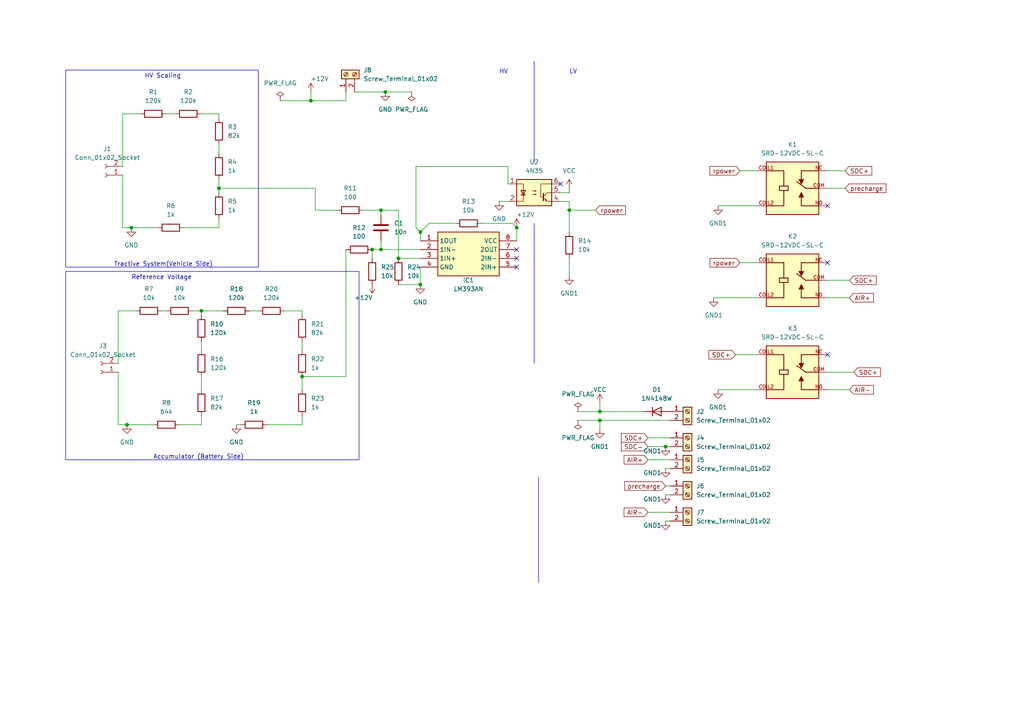
<source format=kicad_sch>
(kicad_sch (version 20230121) (generator eeschema)

  (uuid fc1343ba-65d8-4417-a7b6-bc4aa2e16057)

  (paper "A4")

  (lib_symbols
    (symbol "Connector:Conn_01x02_Socket" (pin_names (offset 1.016) hide) (in_bom yes) (on_board yes)
      (property "Reference" "J" (at 0 2.54 0)
        (effects (font (size 1.27 1.27)))
      )
      (property "Value" "Conn_01x02_Socket" (at 0 -5.08 0)
        (effects (font (size 1.27 1.27)))
      )
      (property "Footprint" "" (at 0 0 0)
        (effects (font (size 1.27 1.27)) hide)
      )
      (property "Datasheet" "~" (at 0 0 0)
        (effects (font (size 1.27 1.27)) hide)
      )
      (property "ki_locked" "" (at 0 0 0)
        (effects (font (size 1.27 1.27)))
      )
      (property "ki_keywords" "connector" (at 0 0 0)
        (effects (font (size 1.27 1.27)) hide)
      )
      (property "ki_description" "Generic connector, single row, 01x02, script generated" (at 0 0 0)
        (effects (font (size 1.27 1.27)) hide)
      )
      (property "ki_fp_filters" "Connector*:*_1x??_*" (at 0 0 0)
        (effects (font (size 1.27 1.27)) hide)
      )
      (symbol "Conn_01x02_Socket_1_1"
        (arc (start 0 -2.032) (mid -0.5058 -2.54) (end 0 -3.048)
          (stroke (width 0.1524) (type default))
          (fill (type none))
        )
        (polyline
          (pts
            (xy -1.27 -2.54)
            (xy -0.508 -2.54)
          )
          (stroke (width 0.1524) (type default))
          (fill (type none))
        )
        (polyline
          (pts
            (xy -1.27 0)
            (xy -0.508 0)
          )
          (stroke (width 0.1524) (type default))
          (fill (type none))
        )
        (arc (start 0 0.508) (mid -0.5058 0) (end 0 -0.508)
          (stroke (width 0.1524) (type default))
          (fill (type none))
        )
        (pin passive line (at -5.08 0 0) (length 3.81)
          (name "Pin_1" (effects (font (size 1.27 1.27))))
          (number "1" (effects (font (size 1.27 1.27))))
        )
        (pin passive line (at -5.08 -2.54 0) (length 3.81)
          (name "Pin_2" (effects (font (size 1.27 1.27))))
          (number "2" (effects (font (size 1.27 1.27))))
        )
      )
    )
    (symbol "Connector:Screw_Terminal_01x02" (pin_names (offset 1.016) hide) (in_bom yes) (on_board yes)
      (property "Reference" "J" (at 0 2.54 0)
        (effects (font (size 1.27 1.27)))
      )
      (property "Value" "Screw_Terminal_01x02" (at 0 -5.08 0)
        (effects (font (size 1.27 1.27)))
      )
      (property "Footprint" "" (at 0 0 0)
        (effects (font (size 1.27 1.27)) hide)
      )
      (property "Datasheet" "~" (at 0 0 0)
        (effects (font (size 1.27 1.27)) hide)
      )
      (property "ki_keywords" "screw terminal" (at 0 0 0)
        (effects (font (size 1.27 1.27)) hide)
      )
      (property "ki_description" "Generic screw terminal, single row, 01x02, script generated (kicad-library-utils/schlib/autogen/connector/)" (at 0 0 0)
        (effects (font (size 1.27 1.27)) hide)
      )
      (property "ki_fp_filters" "TerminalBlock*:*" (at 0 0 0)
        (effects (font (size 1.27 1.27)) hide)
      )
      (symbol "Screw_Terminal_01x02_1_1"
        (rectangle (start -1.27 1.27) (end 1.27 -3.81)
          (stroke (width 0.254) (type default))
          (fill (type background))
        )
        (circle (center 0 -2.54) (radius 0.635)
          (stroke (width 0.1524) (type default))
          (fill (type none))
        )
        (polyline
          (pts
            (xy -0.5334 -2.2098)
            (xy 0.3302 -3.048)
          )
          (stroke (width 0.1524) (type default))
          (fill (type none))
        )
        (polyline
          (pts
            (xy -0.5334 0.3302)
            (xy 0.3302 -0.508)
          )
          (stroke (width 0.1524) (type default))
          (fill (type none))
        )
        (polyline
          (pts
            (xy -0.3556 -2.032)
            (xy 0.508 -2.8702)
          )
          (stroke (width 0.1524) (type default))
          (fill (type none))
        )
        (polyline
          (pts
            (xy -0.3556 0.508)
            (xy 0.508 -0.3302)
          )
          (stroke (width 0.1524) (type default))
          (fill (type none))
        )
        (circle (center 0 0) (radius 0.635)
          (stroke (width 0.1524) (type default))
          (fill (type none))
        )
        (pin passive line (at -5.08 0 0) (length 3.81)
          (name "Pin_1" (effects (font (size 1.27 1.27))))
          (number "1" (effects (font (size 1.27 1.27))))
        )
        (pin passive line (at -5.08 -2.54 0) (length 3.81)
          (name "Pin_2" (effects (font (size 1.27 1.27))))
          (number "2" (effects (font (size 1.27 1.27))))
        )
      )
    )
    (symbol "Device:C" (pin_numbers hide) (pin_names (offset 0.254)) (in_bom yes) (on_board yes)
      (property "Reference" "C" (at 0.635 2.54 0)
        (effects (font (size 1.27 1.27)) (justify left))
      )
      (property "Value" "C" (at 0.635 -2.54 0)
        (effects (font (size 1.27 1.27)) (justify left))
      )
      (property "Footprint" "" (at 0.9652 -3.81 0)
        (effects (font (size 1.27 1.27)) hide)
      )
      (property "Datasheet" "~" (at 0 0 0)
        (effects (font (size 1.27 1.27)) hide)
      )
      (property "ki_keywords" "cap capacitor" (at 0 0 0)
        (effects (font (size 1.27 1.27)) hide)
      )
      (property "ki_description" "Unpolarized capacitor" (at 0 0 0)
        (effects (font (size 1.27 1.27)) hide)
      )
      (property "ki_fp_filters" "C_*" (at 0 0 0)
        (effects (font (size 1.27 1.27)) hide)
      )
      (symbol "C_0_1"
        (polyline
          (pts
            (xy -2.032 -0.762)
            (xy 2.032 -0.762)
          )
          (stroke (width 0.508) (type default))
          (fill (type none))
        )
        (polyline
          (pts
            (xy -2.032 0.762)
            (xy 2.032 0.762)
          )
          (stroke (width 0.508) (type default))
          (fill (type none))
        )
      )
      (symbol "C_1_1"
        (pin passive line (at 0 3.81 270) (length 2.794)
          (name "~" (effects (font (size 1.27 1.27))))
          (number "1" (effects (font (size 1.27 1.27))))
        )
        (pin passive line (at 0 -3.81 90) (length 2.794)
          (name "~" (effects (font (size 1.27 1.27))))
          (number "2" (effects (font (size 1.27 1.27))))
        )
      )
    )
    (symbol "Device:R" (pin_numbers hide) (pin_names (offset 0)) (in_bom yes) (on_board yes)
      (property "Reference" "R" (at 2.032 0 90)
        (effects (font (size 1.27 1.27)))
      )
      (property "Value" "R" (at 0 0 90)
        (effects (font (size 1.27 1.27)))
      )
      (property "Footprint" "" (at -1.778 0 90)
        (effects (font (size 1.27 1.27)) hide)
      )
      (property "Datasheet" "~" (at 0 0 0)
        (effects (font (size 1.27 1.27)) hide)
      )
      (property "ki_keywords" "R res resistor" (at 0 0 0)
        (effects (font (size 1.27 1.27)) hide)
      )
      (property "ki_description" "Resistor" (at 0 0 0)
        (effects (font (size 1.27 1.27)) hide)
      )
      (property "ki_fp_filters" "R_*" (at 0 0 0)
        (effects (font (size 1.27 1.27)) hide)
      )
      (symbol "R_0_1"
        (rectangle (start -1.016 -2.54) (end 1.016 2.54)
          (stroke (width 0.254) (type default))
          (fill (type none))
        )
      )
      (symbol "R_1_1"
        (pin passive line (at 0 3.81 270) (length 1.27)
          (name "~" (effects (font (size 1.27 1.27))))
          (number "1" (effects (font (size 1.27 1.27))))
        )
        (pin passive line (at 0 -3.81 90) (length 1.27)
          (name "~" (effects (font (size 1.27 1.27))))
          (number "2" (effects (font (size 1.27 1.27))))
        )
      )
    )
    (symbol "Diode:1N4148W" (pin_numbers hide) (pin_names hide) (in_bom yes) (on_board yes)
      (property "Reference" "D" (at 0 2.54 0)
        (effects (font (size 1.27 1.27)))
      )
      (property "Value" "1N4148W" (at 0 -2.54 0)
        (effects (font (size 1.27 1.27)))
      )
      (property "Footprint" "Diode_SMD:D_SOD-123" (at 0 -4.445 0)
        (effects (font (size 1.27 1.27)) hide)
      )
      (property "Datasheet" "https://www.vishay.com/docs/85748/1n4148w.pdf" (at 0 0 0)
        (effects (font (size 1.27 1.27)) hide)
      )
      (property "Sim.Device" "D" (at 0 0 0)
        (effects (font (size 1.27 1.27)) hide)
      )
      (property "Sim.Pins" "1=K 2=A" (at 0 0 0)
        (effects (font (size 1.27 1.27)) hide)
      )
      (property "ki_keywords" "diode" (at 0 0 0)
        (effects (font (size 1.27 1.27)) hide)
      )
      (property "ki_description" "75V 0.15A Fast Switching Diode, SOD-123" (at 0 0 0)
        (effects (font (size 1.27 1.27)) hide)
      )
      (property "ki_fp_filters" "D*SOD?123*" (at 0 0 0)
        (effects (font (size 1.27 1.27)) hide)
      )
      (symbol "1N4148W_0_1"
        (polyline
          (pts
            (xy -1.27 1.27)
            (xy -1.27 -1.27)
          )
          (stroke (width 0.254) (type default))
          (fill (type none))
        )
        (polyline
          (pts
            (xy 1.27 0)
            (xy -1.27 0)
          )
          (stroke (width 0) (type default))
          (fill (type none))
        )
        (polyline
          (pts
            (xy 1.27 1.27)
            (xy 1.27 -1.27)
            (xy -1.27 0)
            (xy 1.27 1.27)
          )
          (stroke (width 0.254) (type default))
          (fill (type none))
        )
      )
      (symbol "1N4148W_1_1"
        (pin passive line (at -3.81 0 0) (length 2.54)
          (name "K" (effects (font (size 1.27 1.27))))
          (number "1" (effects (font (size 1.27 1.27))))
        )
        (pin passive line (at 3.81 0 180) (length 2.54)
          (name "A" (effects (font (size 1.27 1.27))))
          (number "2" (effects (font (size 1.27 1.27))))
        )
      )
    )
    (symbol "Isolator:4N35" (pin_names (offset 1.016)) (in_bom yes) (on_board yes)
      (property "Reference" "U" (at -5.08 5.08 0)
        (effects (font (size 1.27 1.27)) (justify left))
      )
      (property "Value" "4N35" (at 0 5.08 0)
        (effects (font (size 1.27 1.27)) (justify left))
      )
      (property "Footprint" "Package_DIP:DIP-6_W7.62mm" (at -5.08 -5.08 0)
        (effects (font (size 1.27 1.27) italic) (justify left) hide)
      )
      (property "Datasheet" "https://www.vishay.com/docs/81181/4n35.pdf" (at 0 0 0)
        (effects (font (size 1.27 1.27)) (justify left) hide)
      )
      (property "ki_keywords" "NPN DC Optocoupler Base Connected" (at 0 0 0)
        (effects (font (size 1.27 1.27)) hide)
      )
      (property "ki_description" "Optocoupler, Phototransistor Output, with Base Connection, Vce 70V, CTR 100%, Viso 5000V, DIP6" (at 0 0 0)
        (effects (font (size 1.27 1.27)) hide)
      )
      (property "ki_fp_filters" "DIP*W7.62mm*" (at 0 0 0)
        (effects (font (size 1.27 1.27)) hide)
      )
      (symbol "4N35_0_1"
        (rectangle (start -5.08 3.81) (end 5.08 -3.81)
          (stroke (width 0.254) (type default))
          (fill (type background))
        )
        (polyline
          (pts
            (xy -3.81 -0.635)
            (xy -2.54 -0.635)
          )
          (stroke (width 0.254) (type default))
          (fill (type none))
        )
        (polyline
          (pts
            (xy 2.667 -1.397)
            (xy 3.81 -2.54)
          )
          (stroke (width 0) (type default))
          (fill (type none))
        )
        (polyline
          (pts
            (xy 2.667 -1.143)
            (xy 3.81 0)
          )
          (stroke (width 0) (type default))
          (fill (type none))
        )
        (polyline
          (pts
            (xy 3.81 -2.54)
            (xy 5.08 -2.54)
          )
          (stroke (width 0) (type default))
          (fill (type none))
        )
        (polyline
          (pts
            (xy 3.81 0)
            (xy 5.08 0)
          )
          (stroke (width 0) (type default))
          (fill (type none))
        )
        (polyline
          (pts
            (xy 2.667 -0.254)
            (xy 2.667 -2.286)
            (xy 2.667 -2.286)
          )
          (stroke (width 0.3556) (type default))
          (fill (type none))
        )
        (polyline
          (pts
            (xy -5.08 -2.54)
            (xy -3.175 -2.54)
            (xy -3.175 2.54)
            (xy -5.08 2.54)
          )
          (stroke (width 0) (type default))
          (fill (type none))
        )
        (polyline
          (pts
            (xy -3.175 -0.635)
            (xy -3.81 0.635)
            (xy -2.54 0.635)
            (xy -3.175 -0.635)
          )
          (stroke (width 0.254) (type default))
          (fill (type none))
        )
        (polyline
          (pts
            (xy 3.683 -2.413)
            (xy 3.429 -1.905)
            (xy 3.175 -2.159)
            (xy 3.683 -2.413)
          )
          (stroke (width 0) (type default))
          (fill (type none))
        )
        (polyline
          (pts
            (xy 5.08 2.54)
            (xy 1.905 2.54)
            (xy 1.905 -1.27)
            (xy 2.54 -1.27)
          )
          (stroke (width 0) (type default))
          (fill (type none))
        )
        (polyline
          (pts
            (xy -0.635 -0.508)
            (xy 0.635 -0.508)
            (xy 0.254 -0.635)
            (xy 0.254 -0.381)
            (xy 0.635 -0.508)
          )
          (stroke (width 0) (type default))
          (fill (type none))
        )
        (polyline
          (pts
            (xy -0.635 0.508)
            (xy 0.635 0.508)
            (xy 0.254 0.381)
            (xy 0.254 0.635)
            (xy 0.635 0.508)
          )
          (stroke (width 0) (type default))
          (fill (type none))
        )
      )
      (symbol "4N35_1_1"
        (pin passive line (at -7.62 2.54 0) (length 2.54)
          (name "~" (effects (font (size 1.27 1.27))))
          (number "1" (effects (font (size 1.27 1.27))))
        )
        (pin passive line (at -7.62 -2.54 0) (length 2.54)
          (name "~" (effects (font (size 1.27 1.27))))
          (number "2" (effects (font (size 1.27 1.27))))
        )
        (pin no_connect line (at -5.08 0 0) (length 2.54) hide
          (name "NC" (effects (font (size 1.27 1.27))))
          (number "3" (effects (font (size 1.27 1.27))))
        )
        (pin passive line (at 7.62 -2.54 180) (length 2.54)
          (name "~" (effects (font (size 1.27 1.27))))
          (number "4" (effects (font (size 1.27 1.27))))
        )
        (pin passive line (at 7.62 0 180) (length 2.54)
          (name "~" (effects (font (size 1.27 1.27))))
          (number "5" (effects (font (size 1.27 1.27))))
        )
        (pin passive line (at 7.62 2.54 180) (length 2.54)
          (name "~" (effects (font (size 1.27 1.27))))
          (number "6" (effects (font (size 1.27 1.27))))
        )
      )
    )
    (symbol "LM393AN:LM393AN" (in_bom yes) (on_board yes)
      (property "Reference" "IC" (at 24.13 7.62 0)
        (effects (font (size 1.27 1.27)) (justify left top))
      )
      (property "Value" "LM393AN" (at 24.13 5.08 0)
        (effects (font (size 1.27 1.27)) (justify left top))
      )
      (property "Footprint" "DIP794W53P254L959H508Q8N" (at 24.13 -94.92 0)
        (effects (font (size 1.27 1.27)) (justify left top) hide)
      )
      (property "Datasheet" "https://www.ti.com/lit/ds/symlink/lm393a.pdf?HQS=dis-mous-null-mousermode-dsf-pf-null-wwe&ts=1646047043124&ref_url=https%253A%252F%252Feu.mouser.com%252F" (at 24.13 -194.92 0)
        (effects (font (size 1.27 1.27)) (justify left top) hide)
      )
      (property "Height" "5.08" (at 24.13 -394.92 0)
        (effects (font (size 1.27 1.27)) (justify left top) hide)
      )
      (property "Manufacturer_Name" "Texas Instruments" (at 24.13 -494.92 0)
        (effects (font (size 1.27 1.27)) (justify left top) hide)
      )
      (property "Manufacturer_Part_Number" "LM393AN" (at 24.13 -594.92 0)
        (effects (font (size 1.27 1.27)) (justify left top) hide)
      )
      (property "Mouser Part Number" "N/A" (at 24.13 -694.92 0)
        (effects (font (size 1.27 1.27)) (justify left top) hide)
      )
      (property "Mouser Price/Stock" "https://www.mouser.com/Search/Refine.aspx?Keyword=N%2FA" (at 24.13 -794.92 0)
        (effects (font (size 1.27 1.27)) (justify left top) hide)
      )
      (property "Arrow Part Number" "" (at 24.13 -894.92 0)
        (effects (font (size 1.27 1.27)) (justify left top) hide)
      )
      (property "Arrow Price/Stock" "" (at 24.13 -994.92 0)
        (effects (font (size 1.27 1.27)) (justify left top) hide)
      )
      (property "ki_description" "Analog Comparators" (at 0 0 0)
        (effects (font (size 1.27 1.27)) hide)
      )
      (symbol "LM393AN_1_1"
        (rectangle (start 5.08 2.54) (end 22.86 -10.16)
          (stroke (width 0.254) (type default))
          (fill (type background))
        )
        (pin passive line (at 0 0 0) (length 5.08)
          (name "1OUT" (effects (font (size 1.27 1.27))))
          (number "1" (effects (font (size 1.27 1.27))))
        )
        (pin passive line (at 0 -2.54 0) (length 5.08)
          (name "1IN-" (effects (font (size 1.27 1.27))))
          (number "2" (effects (font (size 1.27 1.27))))
        )
        (pin passive line (at 0 -5.08 0) (length 5.08)
          (name "1IN+" (effects (font (size 1.27 1.27))))
          (number "3" (effects (font (size 1.27 1.27))))
        )
        (pin passive line (at 0 -7.62 0) (length 5.08)
          (name "GND" (effects (font (size 1.27 1.27))))
          (number "4" (effects (font (size 1.27 1.27))))
        )
        (pin passive line (at 27.94 -7.62 180) (length 5.08)
          (name "2IN+" (effects (font (size 1.27 1.27))))
          (number "5" (effects (font (size 1.27 1.27))))
        )
        (pin passive line (at 27.94 -5.08 180) (length 5.08)
          (name "2IN-" (effects (font (size 1.27 1.27))))
          (number "6" (effects (font (size 1.27 1.27))))
        )
        (pin passive line (at 27.94 -2.54 180) (length 5.08)
          (name "2OUT" (effects (font (size 1.27 1.27))))
          (number "7" (effects (font (size 1.27 1.27))))
        )
        (pin passive line (at 27.94 0 180) (length 5.08)
          (name "VCC" (effects (font (size 1.27 1.27))))
          (number "8" (effects (font (size 1.27 1.27))))
        )
      )
    )
    (symbol "SRD-12VDC-SL-C[1]:SRD-12VDC-SL-C" (pin_names (offset 1.016)) (in_bom yes) (on_board yes)
      (property "Reference" "K" (at -7.62 8.89 0)
        (effects (font (size 1.27 1.27)) (justify left bottom))
      )
      (property "Value" "SRD-12VDC-SL-C" (at -7.62 -10.16 0)
        (effects (font (size 1.27 1.27)) (justify left bottom))
      )
      (property "Footprint" "RELAY_SRD-12VDC-SL-C" (at 0 0 0)
        (effects (font (size 1.27 1.27)) (justify bottom) hide)
      )
      (property "Datasheet" "" (at 0 0 0)
        (effects (font (size 1.27 1.27)) hide)
      )
      (property "PARTREV" "1.0" (at 0 0 0)
        (effects (font (size 1.27 1.27)) (justify bottom) hide)
      )
      (property "STANDARD" "IPC 7351B" (at 0 0 0)
        (effects (font (size 1.27 1.27)) (justify bottom) hide)
      )
      (property "MAXIMUM_PACKAGE_HEIGHT" "15.8 mm" (at 0 0 0)
        (effects (font (size 1.27 1.27)) (justify bottom) hide)
      )
      (property "MANUFACTURER" "Songle Relay" (at 0 0 0)
        (effects (font (size 1.27 1.27)) (justify bottom) hide)
      )
      (symbol "SRD-12VDC-SL-C_0_0"
        (rectangle (start -7.62 -7.62) (end 7.62 7.62)
          (stroke (width 0.254) (type default))
          (fill (type background))
        )
        (polyline
          (pts
            (xy -7.62 -5.08)
            (xy -2.54 -5.08)
          )
          (stroke (width 0.254) (type default))
          (fill (type none))
        )
        (polyline
          (pts
            (xy -7.62 5.08)
            (xy -2.54 5.08)
          )
          (stroke (width 0.254) (type default))
          (fill (type none))
        )
        (polyline
          (pts
            (xy -3.81 -0.635)
            (xy -3.81 0.635)
          )
          (stroke (width 0.254) (type default))
          (fill (type none))
        )
        (polyline
          (pts
            (xy -3.81 0.635)
            (xy -2.54 0.635)
          )
          (stroke (width 0.254) (type default))
          (fill (type none))
        )
        (polyline
          (pts
            (xy -2.54 -0.635)
            (xy -3.81 -0.635)
          )
          (stroke (width 0.254) (type default))
          (fill (type none))
        )
        (polyline
          (pts
            (xy -2.54 -0.635)
            (xy -2.54 -5.08)
          )
          (stroke (width 0.254) (type default))
          (fill (type none))
        )
        (polyline
          (pts
            (xy -2.54 0.635)
            (xy -1.27 0.635)
          )
          (stroke (width 0.254) (type default))
          (fill (type none))
        )
        (polyline
          (pts
            (xy -2.54 5.08)
            (xy -2.54 0.635)
          )
          (stroke (width 0.254) (type default))
          (fill (type none))
        )
        (polyline
          (pts
            (xy -1.27 -0.635)
            (xy -2.54 -0.635)
          )
          (stroke (width 0.254) (type default))
          (fill (type none))
        )
        (polyline
          (pts
            (xy -1.27 0.635)
            (xy -1.27 -0.635)
          )
          (stroke (width 0.254) (type default))
          (fill (type none))
        )
        (polyline
          (pts
            (xy 2.54 -5.08)
            (xy 2.54 -2.54)
          )
          (stroke (width 0.254) (type default))
          (fill (type none))
        )
        (polyline
          (pts
            (xy 2.54 5.08)
            (xy 2.54 2.54)
          )
          (stroke (width 0.254) (type default))
          (fill (type none))
        )
        (polyline
          (pts
            (xy 2.54 5.08)
            (xy 7.62 5.08)
          )
          (stroke (width 0.254) (type default))
          (fill (type none))
        )
        (polyline
          (pts
            (xy 3.81 0)
            (xy 1.27 1.905)
          )
          (stroke (width 0.254) (type default))
          (fill (type none))
        )
        (polyline
          (pts
            (xy 7.62 -5.08)
            (xy 2.54 -5.08)
          )
          (stroke (width 0.254) (type default))
          (fill (type none))
        )
        (polyline
          (pts
            (xy 7.62 0)
            (xy 3.81 0)
          )
          (stroke (width 0.254) (type default))
          (fill (type none))
        )
        (polyline
          (pts
            (xy 1.905 -2.54)
            (xy 3.175 -2.54)
            (xy 2.54 -1.27)
            (xy 1.905 -2.54)
          )
          (stroke (width 0.254) (type default))
          (fill (type outline))
        )
        (polyline
          (pts
            (xy 3.175 2.54)
            (xy 1.905 2.54)
            (xy 2.54 1.27)
            (xy 3.175 2.54)
          )
          (stroke (width 0.254) (type default))
          (fill (type outline))
        )
        (pin passive line (at -10.16 5.08 0) (length 5.08)
          (name "~" (effects (font (size 1.016 1.016))))
          (number "COIL1" (effects (font (size 1.016 1.016))))
        )
        (pin passive line (at -10.16 -5.08 0) (length 5.08)
          (name "~" (effects (font (size 1.016 1.016))))
          (number "COIL2" (effects (font (size 1.016 1.016))))
        )
        (pin passive line (at 10.16 0 180) (length 5.08)
          (name "~" (effects (font (size 1.016 1.016))))
          (number "COM" (effects (font (size 1.016 1.016))))
        )
        (pin passive line (at 10.16 5.08 180) (length 5.08)
          (name "~" (effects (font (size 1.016 1.016))))
          (number "NC" (effects (font (size 1.016 1.016))))
        )
        (pin passive line (at 10.16 -5.08 180) (length 5.08)
          (name "~" (effects (font (size 1.016 1.016))))
          (number "NO" (effects (font (size 1.016 1.016))))
        )
      )
    )
    (symbol "power:+12V" (power) (pin_names (offset 0)) (in_bom yes) (on_board yes)
      (property "Reference" "#PWR" (at 0 -3.81 0)
        (effects (font (size 1.27 1.27)) hide)
      )
      (property "Value" "+12V" (at 0 3.556 0)
        (effects (font (size 1.27 1.27)))
      )
      (property "Footprint" "" (at 0 0 0)
        (effects (font (size 1.27 1.27)) hide)
      )
      (property "Datasheet" "" (at 0 0 0)
        (effects (font (size 1.27 1.27)) hide)
      )
      (property "ki_keywords" "global power" (at 0 0 0)
        (effects (font (size 1.27 1.27)) hide)
      )
      (property "ki_description" "Power symbol creates a global label with name \"+12V\"" (at 0 0 0)
        (effects (font (size 1.27 1.27)) hide)
      )
      (symbol "+12V_0_1"
        (polyline
          (pts
            (xy -0.762 1.27)
            (xy 0 2.54)
          )
          (stroke (width 0) (type default))
          (fill (type none))
        )
        (polyline
          (pts
            (xy 0 0)
            (xy 0 2.54)
          )
          (stroke (width 0) (type default))
          (fill (type none))
        )
        (polyline
          (pts
            (xy 0 2.54)
            (xy 0.762 1.27)
          )
          (stroke (width 0) (type default))
          (fill (type none))
        )
      )
      (symbol "+12V_1_1"
        (pin power_in line (at 0 0 90) (length 0) hide
          (name "+12V" (effects (font (size 1.27 1.27))))
          (number "1" (effects (font (size 1.27 1.27))))
        )
      )
    )
    (symbol "power:GND" (power) (pin_names (offset 0)) (in_bom yes) (on_board yes)
      (property "Reference" "#PWR" (at 0 -6.35 0)
        (effects (font (size 1.27 1.27)) hide)
      )
      (property "Value" "GND" (at 0 -3.81 0)
        (effects (font (size 1.27 1.27)))
      )
      (property "Footprint" "" (at 0 0 0)
        (effects (font (size 1.27 1.27)) hide)
      )
      (property "Datasheet" "" (at 0 0 0)
        (effects (font (size 1.27 1.27)) hide)
      )
      (property "ki_keywords" "global power" (at 0 0 0)
        (effects (font (size 1.27 1.27)) hide)
      )
      (property "ki_description" "Power symbol creates a global label with name \"GND\" , ground" (at 0 0 0)
        (effects (font (size 1.27 1.27)) hide)
      )
      (symbol "GND_0_1"
        (polyline
          (pts
            (xy 0 0)
            (xy 0 -1.27)
            (xy 1.27 -1.27)
            (xy 0 -2.54)
            (xy -1.27 -1.27)
            (xy 0 -1.27)
          )
          (stroke (width 0) (type default))
          (fill (type none))
        )
      )
      (symbol "GND_1_1"
        (pin power_in line (at 0 0 270) (length 0) hide
          (name "GND" (effects (font (size 1.27 1.27))))
          (number "1" (effects (font (size 1.27 1.27))))
        )
      )
    )
    (symbol "power:GND1" (power) (pin_names (offset 0)) (in_bom yes) (on_board yes)
      (property "Reference" "#PWR" (at 0 -6.35 0)
        (effects (font (size 1.27 1.27)) hide)
      )
      (property "Value" "GND1" (at 0 -3.81 0)
        (effects (font (size 1.27 1.27)))
      )
      (property "Footprint" "" (at 0 0 0)
        (effects (font (size 1.27 1.27)) hide)
      )
      (property "Datasheet" "" (at 0 0 0)
        (effects (font (size 1.27 1.27)) hide)
      )
      (property "ki_keywords" "global power" (at 0 0 0)
        (effects (font (size 1.27 1.27)) hide)
      )
      (property "ki_description" "Power symbol creates a global label with name \"GND1\" , ground" (at 0 0 0)
        (effects (font (size 1.27 1.27)) hide)
      )
      (symbol "GND1_0_1"
        (polyline
          (pts
            (xy 0 0)
            (xy 0 -1.27)
            (xy 1.27 -1.27)
            (xy 0 -2.54)
            (xy -1.27 -1.27)
            (xy 0 -1.27)
          )
          (stroke (width 0) (type default))
          (fill (type none))
        )
      )
      (symbol "GND1_1_1"
        (pin power_in line (at 0 0 270) (length 0) hide
          (name "GND1" (effects (font (size 1.27 1.27))))
          (number "1" (effects (font (size 1.27 1.27))))
        )
      )
    )
    (symbol "power:PWR_FLAG" (power) (pin_numbers hide) (pin_names (offset 0) hide) (in_bom yes) (on_board yes)
      (property "Reference" "#FLG" (at 0 1.905 0)
        (effects (font (size 1.27 1.27)) hide)
      )
      (property "Value" "PWR_FLAG" (at 0 3.81 0)
        (effects (font (size 1.27 1.27)))
      )
      (property "Footprint" "" (at 0 0 0)
        (effects (font (size 1.27 1.27)) hide)
      )
      (property "Datasheet" "~" (at 0 0 0)
        (effects (font (size 1.27 1.27)) hide)
      )
      (property "ki_keywords" "flag power" (at 0 0 0)
        (effects (font (size 1.27 1.27)) hide)
      )
      (property "ki_description" "Special symbol for telling ERC where power comes from" (at 0 0 0)
        (effects (font (size 1.27 1.27)) hide)
      )
      (symbol "PWR_FLAG_0_0"
        (pin power_out line (at 0 0 90) (length 0)
          (name "pwr" (effects (font (size 1.27 1.27))))
          (number "1" (effects (font (size 1.27 1.27))))
        )
      )
      (symbol "PWR_FLAG_0_1"
        (polyline
          (pts
            (xy 0 0)
            (xy 0 1.27)
            (xy -1.016 1.905)
            (xy 0 2.54)
            (xy 1.016 1.905)
            (xy 0 1.27)
          )
          (stroke (width 0) (type default))
          (fill (type none))
        )
      )
    )
    (symbol "power:VCC" (power) (pin_names (offset 0)) (in_bom yes) (on_board yes)
      (property "Reference" "#PWR" (at 0 -3.81 0)
        (effects (font (size 1.27 1.27)) hide)
      )
      (property "Value" "VCC" (at 0 3.81 0)
        (effects (font (size 1.27 1.27)))
      )
      (property "Footprint" "" (at 0 0 0)
        (effects (font (size 1.27 1.27)) hide)
      )
      (property "Datasheet" "" (at 0 0 0)
        (effects (font (size 1.27 1.27)) hide)
      )
      (property "ki_keywords" "global power" (at 0 0 0)
        (effects (font (size 1.27 1.27)) hide)
      )
      (property "ki_description" "Power symbol creates a global label with name \"VCC\"" (at 0 0 0)
        (effects (font (size 1.27 1.27)) hide)
      )
      (symbol "VCC_0_1"
        (polyline
          (pts
            (xy -0.762 1.27)
            (xy 0 2.54)
          )
          (stroke (width 0) (type default))
          (fill (type none))
        )
        (polyline
          (pts
            (xy 0 0)
            (xy 0 2.54)
          )
          (stroke (width 0) (type default))
          (fill (type none))
        )
        (polyline
          (pts
            (xy 0 2.54)
            (xy 0.762 1.27)
          )
          (stroke (width 0) (type default))
          (fill (type none))
        )
      )
      (symbol "VCC_1_1"
        (pin power_in line (at 0 0 90) (length 0) hide
          (name "VCC" (effects (font (size 1.27 1.27))))
          (number "1" (effects (font (size 1.27 1.27))))
        )
      )
    )
  )

  (junction (at 165.1 60.96) (diameter 0) (color 0 0 0 0)
    (uuid 0693c9ff-d967-4729-afc6-e0378dea26a7)
  )
  (junction (at 36.83 123.19) (diameter 0) (color 0 0 0 0)
    (uuid 0aaf0046-c573-4c99-b4f8-1c8b3f5d9464)
  )
  (junction (at 173.99 121.92) (diameter 0) (color 0 0 0 0)
    (uuid 22415f49-2b3e-4750-9cad-0951260c3ffd)
  )
  (junction (at 87.63 109.22) (diameter 0) (color 0 0 0 0)
    (uuid 2f501d3f-0831-4585-bce7-d447e87ce4ae)
  )
  (junction (at 110.49 72.39) (diameter 0) (color 0 0 0 0)
    (uuid 4881aac5-15a6-46b6-8885-68d9a0caee93)
  )
  (junction (at 149.86 66.04) (diameter 0) (color 0 0 0 0)
    (uuid 4da029b7-ebac-429c-bcbf-d9ba92e87362)
  )
  (junction (at 121.92 82.55) (diameter 0) (color 0 0 0 0)
    (uuid 5cf8217b-6f0d-49a2-820f-025181999c1a)
  )
  (junction (at 63.5 54.61) (diameter 0) (color 0 0 0 0)
    (uuid 60c761a3-a837-4ca1-b3a5-7955bafae8be)
  )
  (junction (at 38.1 66.04) (diameter 0) (color 0 0 0 0)
    (uuid 6fa7ccdb-1f61-4f24-941b-de7742d67a9f)
  )
  (junction (at 115.57 74.93) (diameter 0) (color 0 0 0 0)
    (uuid 766534bf-db5d-450f-b118-ec55d9f7cfd4)
  )
  (junction (at 107.95 72.39) (diameter 0) (color 0 0 0 0)
    (uuid 7669da77-5741-48cd-94ab-634bbaeb0b5a)
  )
  (junction (at 58.42 90.17) (diameter 0) (color 0 0 0 0)
    (uuid 7b136305-4747-4445-8f94-b3999628f7c8)
  )
  (junction (at 90.17 29.21) (diameter 0) (color 0 0 0 0)
    (uuid 81697dcd-c784-463b-9c0e-e16f6bfdef85)
  )
  (junction (at 110.49 60.96) (diameter 0) (color 0 0 0 0)
    (uuid 8c7e967d-ed1a-42c2-b00a-fa6065c6fd83)
  )
  (junction (at 121.92 67.31) (diameter 0) (color 0 0 0 0)
    (uuid af7f9100-aaa9-4f0d-8ebf-75a34ec11020)
  )
  (junction (at 173.99 119.38) (diameter 0) (color 0 0 0 0)
    (uuid dd117a99-0de5-49b7-bf36-5029a8677cf8)
  )
  (junction (at 193.04 129.54) (diameter 0) (color 0 0 0 0)
    (uuid e634fb6e-8aa5-4701-89f6-a0c91c87f4eb)
  )
  (junction (at 111.76 26.67) (diameter 0) (color 0 0 0 0)
    (uuid ec58f20f-6db2-40b1-88f0-aee4461c816a)
  )

  (no_connect (at 162.56 53.34) (uuid 3a3b9e51-8d4e-4403-938e-5b1c14cb6460))
  (no_connect (at 240.03 102.87) (uuid 761f0df7-e6d3-411b-9bec-09f5ac7b089a))
  (no_connect (at 149.86 74.93) (uuid 95df5a70-dbb3-435a-983c-1c5acc9db5be))
  (no_connect (at 149.86 77.47) (uuid a0b04caa-bad4-4038-ae6b-e9b07cc56be9))
  (no_connect (at 240.03 59.69) (uuid b1239640-8d7c-41a2-ad5f-d15d8be29a83))
  (no_connect (at 240.03 76.2) (uuid cc1e67c6-f358-471d-b7d0-e942da940028))
  (no_connect (at 149.86 72.39) (uuid d94be6e5-3de4-4842-9ef2-56f9e164171a))

  (wire (pts (xy 173.99 121.92) (xy 173.99 124.46))
    (stroke (width 0) (type default))
    (uuid 02c3dc75-4b71-4246-881f-56ebc84c0068)
  )
  (wire (pts (xy 193.04 143.51) (xy 194.31 143.51))
    (stroke (width 0) (type default))
    (uuid 04bcf48a-cb6e-4627-92b2-ad8baec502b3)
  )
  (wire (pts (xy 208.28 113.03) (xy 219.71 113.03))
    (stroke (width 0) (type default))
    (uuid 0e0cc551-0ea3-41fe-a93d-4a8cea472bd0)
  )
  (wire (pts (xy 90.17 29.21) (xy 100.33 29.21))
    (stroke (width 0) (type default))
    (uuid 0fffb1d0-f654-4c7f-8648-d2a9dcbce02e)
  )
  (wire (pts (xy 55.88 90.17) (xy 58.42 90.17))
    (stroke (width 0) (type default))
    (uuid 142f3532-5c3b-4431-b6e7-a17e2c41d246)
  )
  (wire (pts (xy 149.86 66.04) (xy 149.86 69.85))
    (stroke (width 0) (type default))
    (uuid 1613f217-7067-44c7-84c3-767375db76ea)
  )
  (wire (pts (xy 81.28 29.21) (xy 90.17 29.21))
    (stroke (width 0) (type default))
    (uuid 18f65c7d-ff6b-4d8f-ba38-72bc10d2fa4f)
  )
  (wire (pts (xy 100.33 26.67) (xy 100.33 29.21))
    (stroke (width 0) (type default))
    (uuid 1e025e8d-c31c-437d-99f8-4f3d6f89c66f)
  )
  (wire (pts (xy 187.96 129.54) (xy 193.04 129.54))
    (stroke (width 0) (type default))
    (uuid 237ddf20-3610-4874-bd4b-a62a5054422c)
  )
  (wire (pts (xy 77.47 123.19) (xy 87.63 123.19))
    (stroke (width 0) (type default))
    (uuid 24cbbd3e-8e2e-455f-90a1-cb00c8679ab6)
  )
  (wire (pts (xy 111.76 26.67) (xy 119.38 26.67))
    (stroke (width 0) (type default))
    (uuid 25f94767-7212-4c5c-98c7-4b0d3fc32356)
  )
  (wire (pts (xy 35.56 33.02) (xy 40.64 33.02))
    (stroke (width 0) (type default))
    (uuid 2dc28266-c411-4816-b586-afa9bbf75a8f)
  )
  (wire (pts (xy 52.07 123.19) (xy 58.42 123.19))
    (stroke (width 0) (type default))
    (uuid 314c7837-de31-4dfe-8662-3cee84988e3c)
  )
  (wire (pts (xy 213.36 102.87) (xy 219.71 102.87))
    (stroke (width 0) (type default))
    (uuid 37011006-ffee-4637-a22d-393bc4ef42e0)
  )
  (wire (pts (xy 53.34 66.04) (xy 63.5 66.04))
    (stroke (width 0) (type default))
    (uuid 3918e2f2-b5ff-4ae9-b477-9638b6bf9e99)
  )
  (wire (pts (xy 58.42 109.22) (xy 58.42 113.03))
    (stroke (width 0) (type default))
    (uuid 3a835fd0-e6b2-40d0-91c4-69a4069fc96e)
  )
  (wire (pts (xy 187.96 148.59) (xy 194.31 148.59))
    (stroke (width 0) (type default))
    (uuid 3fcd11cf-050f-4934-9cf0-4eda38421bf8)
  )
  (wire (pts (xy 214.63 76.2) (xy 219.71 76.2))
    (stroke (width 0) (type default))
    (uuid 406a536d-8291-420d-85aa-93c283d411a5)
  )
  (wire (pts (xy 120.65 48.26) (xy 147.32 48.26))
    (stroke (width 0) (type default))
    (uuid 4d555368-9fb0-4cfc-aac8-3014b308691b)
  )
  (wire (pts (xy 240.03 49.53) (xy 245.11 49.53))
    (stroke (width 0) (type default))
    (uuid 4e425789-62ea-4d72-bc9b-71eb22e99803)
  )
  (wire (pts (xy 240.03 54.61) (xy 245.11 54.61))
    (stroke (width 0) (type default))
    (uuid 4f06f234-1e12-4322-b20f-667d3729eecf)
  )
  (wire (pts (xy 110.49 60.96) (xy 115.57 60.96))
    (stroke (width 0) (type default))
    (uuid 4fcfbd31-6b12-4b97-8d14-637a5fdc770f)
  )
  (wire (pts (xy 115.57 60.96) (xy 115.57 74.93))
    (stroke (width 0) (type default))
    (uuid 53307351-0187-495d-b711-82da5ebc35f5)
  )
  (wire (pts (xy 115.57 82.55) (xy 121.92 82.55))
    (stroke (width 0) (type default))
    (uuid 58675f70-b90a-4d94-ab1c-ad2ac8c506a1)
  )
  (wire (pts (xy 167.64 121.92) (xy 173.99 121.92))
    (stroke (width 0) (type default))
    (uuid 58f44e72-06f1-4f89-9b93-dcb8155ecf16)
  )
  (wire (pts (xy 193.04 129.54) (xy 194.31 129.54))
    (stroke (width 0) (type default))
    (uuid 5a5354d0-33f9-4f5b-9676-7e7d1b544dc8)
  )
  (wire (pts (xy 38.1 66.04) (xy 45.72 66.04))
    (stroke (width 0) (type default))
    (uuid 5cad392c-9fec-40fc-b75a-a16cb03352ec)
  )
  (wire (pts (xy 187.96 127) (xy 194.31 127))
    (stroke (width 0) (type default))
    (uuid 5e09a61c-cd9c-4cd5-9e50-64dde731e859)
  )
  (wire (pts (xy 162.56 58.42) (xy 165.1 58.42))
    (stroke (width 0) (type default))
    (uuid 5e4f0705-f267-46b8-ae55-31ef84a90828)
  )
  (wire (pts (xy 91.44 54.61) (xy 91.44 60.96))
    (stroke (width 0) (type default))
    (uuid 64bca405-6e05-4915-b63a-6ac520432dc1)
  )
  (wire (pts (xy 110.49 60.96) (xy 110.49 62.23))
    (stroke (width 0) (type default))
    (uuid 6514b929-71ed-4bb7-a8f3-1985bd2de306)
  )
  (wire (pts (xy 72.39 90.17) (xy 74.93 90.17))
    (stroke (width 0) (type default))
    (uuid 693216c2-f031-4b30-9f02-2bdb266d43a7)
  )
  (wire (pts (xy 35.56 50.8) (xy 35.56 66.04))
    (stroke (width 0) (type default))
    (uuid 6b6e357e-5759-4253-b2a7-d4c92943feac)
  )
  (wire (pts (xy 173.99 119.38) (xy 186.69 119.38))
    (stroke (width 0) (type default))
    (uuid 724b97c6-bfb8-4cef-94e0-2716386f6dbd)
  )
  (wire (pts (xy 34.29 123.19) (xy 36.83 123.19))
    (stroke (width 0) (type default))
    (uuid 72c81c77-8a31-471d-82b1-4c8b38d93546)
  )
  (wire (pts (xy 63.5 52.07) (xy 63.5 54.61))
    (stroke (width 0) (type default))
    (uuid 73098be4-6f6e-4a45-bf47-c838117f9e61)
  )
  (wire (pts (xy 121.92 67.31) (xy 121.92 69.85))
    (stroke (width 0) (type default))
    (uuid 7324f76d-2f2b-4d16-bb8b-d76a05818d19)
  )
  (wire (pts (xy 100.33 72.39) (xy 100.33 109.22))
    (stroke (width 0) (type default))
    (uuid 76233e8e-3e0e-403c-8f10-7e6f0d82ac87)
  )
  (wire (pts (xy 165.1 74.93) (xy 165.1 80.01))
    (stroke (width 0) (type default))
    (uuid 77cdd49c-849d-4241-86bb-18d508418a16)
  )
  (wire (pts (xy 35.56 66.04) (xy 38.1 66.04))
    (stroke (width 0) (type default))
    (uuid 78d75425-4d0c-41b0-aa33-e6fd7d062802)
  )
  (wire (pts (xy 58.42 99.06) (xy 58.42 101.6))
    (stroke (width 0) (type default))
    (uuid 78fd2b86-fcd8-4904-9b67-119e11604c8a)
  )
  (wire (pts (xy 121.92 77.47) (xy 121.92 82.55))
    (stroke (width 0) (type default))
    (uuid 79766aa1-8651-4420-b028-b47f591f9e14)
  )
  (wire (pts (xy 58.42 33.02) (xy 63.5 33.02))
    (stroke (width 0) (type default))
    (uuid 7b91cfad-b074-43ed-9b2a-46eb40b021a2)
  )
  (wire (pts (xy 193.04 151.13) (xy 194.31 151.13))
    (stroke (width 0) (type default))
    (uuid 7d4ec282-9bc5-4e83-94ec-7bb50fae0552)
  )
  (wire (pts (xy 87.63 109.22) (xy 87.63 113.03))
    (stroke (width 0) (type default))
    (uuid 802cba63-1f1c-41cc-ac13-fa6227bdc509)
  )
  (wire (pts (xy 36.83 123.19) (xy 44.45 123.19))
    (stroke (width 0) (type default))
    (uuid 8083f14c-7791-4999-899d-1dc936b20182)
  )
  (wire (pts (xy 107.95 72.39) (xy 107.95 74.93))
    (stroke (width 0) (type default))
    (uuid 81bd62c7-9401-4792-bf7b-cfdc13d295dc)
  )
  (wire (pts (xy 207.01 86.36) (xy 219.71 86.36))
    (stroke (width 0) (type default))
    (uuid 83cc19c1-636e-4ab8-9e57-b5c1ef975992)
  )
  (wire (pts (xy 82.55 90.17) (xy 87.63 90.17))
    (stroke (width 0) (type default))
    (uuid 84cdf16e-10f2-46d1-8dd4-3d3673394332)
  )
  (wire (pts (xy 87.63 109.22) (xy 100.33 109.22))
    (stroke (width 0) (type default))
    (uuid 87d57715-98cb-4668-a1f1-8d6505ea78a6)
  )
  (wire (pts (xy 110.49 69.85) (xy 110.49 72.39))
    (stroke (width 0) (type default))
    (uuid 88a17322-dab4-44d6-8527-740cf6519d74)
  )
  (wire (pts (xy 165.1 55.88) (xy 162.56 55.88))
    (stroke (width 0) (type default))
    (uuid 88b27bcf-64cb-489f-ba84-865ad03190bd)
  )
  (wire (pts (xy 240.03 107.95) (xy 247.65 107.95))
    (stroke (width 0) (type default))
    (uuid 89805d8a-0073-4e81-a7a1-663e866ede38)
  )
  (wire (pts (xy 34.29 107.95) (xy 34.29 123.19))
    (stroke (width 0) (type default))
    (uuid 8b3103f0-4ee6-4812-9a1a-a2170f62a1b1)
  )
  (wire (pts (xy 48.26 33.02) (xy 50.8 33.02))
    (stroke (width 0) (type default))
    (uuid 8cd7d351-ff7a-45f0-9a38-a87a4b158343)
  )
  (wire (pts (xy 58.42 90.17) (xy 58.42 91.44))
    (stroke (width 0) (type default))
    (uuid 8d13691b-fd62-489f-83f0-d4d6df833f8d)
  )
  (wire (pts (xy 34.29 105.41) (xy 34.29 90.17))
    (stroke (width 0) (type default))
    (uuid 8d896cbc-87c4-4545-ba9b-8b5f212c4829)
  )
  (wire (pts (xy 63.5 54.61) (xy 63.5 55.88))
    (stroke (width 0) (type default))
    (uuid 8fe9cae4-2f8b-4fde-9b08-c228d5c1a21a)
  )
  (wire (pts (xy 34.29 90.17) (xy 39.37 90.17))
    (stroke (width 0) (type default))
    (uuid 9439343d-9dfe-48de-bfa2-3da3c5b4856a)
  )
  (wire (pts (xy 173.99 116.84) (xy 173.99 119.38))
    (stroke (width 0) (type default))
    (uuid 96e72a2d-7dda-4370-ade8-847b88bb6a06)
  )
  (wire (pts (xy 90.17 26.67) (xy 90.17 29.21))
    (stroke (width 0) (type default))
    (uuid 9af4912c-67ba-462d-a293-901a6d1dee27)
  )
  (wire (pts (xy 165.1 58.42) (xy 165.1 60.96))
    (stroke (width 0) (type default))
    (uuid 9b627638-7584-4186-806f-7a7ba39fd128)
  )
  (wire (pts (xy 147.32 48.26) (xy 147.32 53.34))
    (stroke (width 0) (type default))
    (uuid 9d70398b-d379-4184-a9c5-01fd2a0034d2)
  )
  (wire (pts (xy 110.49 72.39) (xy 121.92 72.39))
    (stroke (width 0) (type default))
    (uuid 9ebb11a0-ff87-4a94-8c2f-766398045361)
  )
  (wire (pts (xy 87.63 90.17) (xy 87.63 91.44))
    (stroke (width 0) (type default))
    (uuid a0079469-ad72-4056-8b5d-10349cd3d145)
  )
  (wire (pts (xy 193.04 135.89) (xy 194.31 135.89))
    (stroke (width 0) (type default))
    (uuid a11eddfb-eb0e-4548-a167-6bf4a5e452a8)
  )
  (wire (pts (xy 173.99 121.92) (xy 194.31 121.92))
    (stroke (width 0) (type default))
    (uuid a6cc4096-15b7-45c9-b76f-c715ab38774e)
  )
  (wire (pts (xy 46.99 90.17) (xy 48.26 90.17))
    (stroke (width 0) (type default))
    (uuid a9489b15-10ed-4acc-8be1-05e5d91227af)
  )
  (wire (pts (xy 63.5 54.61) (xy 91.44 54.61))
    (stroke (width 0) (type default))
    (uuid b1a34f62-9267-4f9a-a3bc-a7ca23ae2209)
  )
  (wire (pts (xy 165.1 60.96) (xy 165.1 67.31))
    (stroke (width 0) (type default))
    (uuid b3ba7439-66aa-40c5-8848-472127ea1fed)
  )
  (wire (pts (xy 107.95 72.39) (xy 110.49 72.39))
    (stroke (width 0) (type default))
    (uuid b5c93b49-3e46-4047-b212-c6dfdfa65ac5)
  )
  (wire (pts (xy 214.63 49.53) (xy 219.71 49.53))
    (stroke (width 0) (type default))
    (uuid b649613e-5e31-4607-a450-89997bb168c6)
  )
  (wire (pts (xy 139.7 64.77) (xy 148.59 64.77))
    (stroke (width 0) (type default))
    (uuid b6f1ccbd-f093-4cb9-82b3-8f1175645c6d)
  )
  (wire (pts (xy 63.5 41.91) (xy 63.5 44.45))
    (stroke (width 0) (type default))
    (uuid b970e287-9ef6-4c19-82b2-6ff0f86caab5)
  )
  (wire (pts (xy 102.87 26.67) (xy 111.76 26.67))
    (stroke (width 0) (type default))
    (uuid bd1e2ac4-ae68-461a-be7a-4719a6700c69)
  )
  (wire (pts (xy 124.46 64.77) (xy 121.92 67.31))
    (stroke (width 0) (type default))
    (uuid bf03b232-26e9-4497-94d0-c5e3233b3584)
  )
  (wire (pts (xy 165.1 60.96) (xy 172.72 60.96))
    (stroke (width 0) (type default))
    (uuid c1f1b91e-037f-4c1e-9d8b-bb37165b83d8)
  )
  (wire (pts (xy 240.03 113.03) (xy 246.38 113.03))
    (stroke (width 0) (type default))
    (uuid c6f3b1da-7cb1-4e66-b425-9c77394893d7)
  )
  (wire (pts (xy 35.56 48.26) (xy 35.56 33.02))
    (stroke (width 0) (type default))
    (uuid d065ac33-15ec-41ec-9c05-216f981a045e)
  )
  (wire (pts (xy 87.63 123.19) (xy 87.63 120.65))
    (stroke (width 0) (type default))
    (uuid d07d8cdf-47d1-4d5f-8fea-4b444f7b89e2)
  )
  (wire (pts (xy 208.28 59.69) (xy 219.71 59.69))
    (stroke (width 0) (type default))
    (uuid d149fc72-5dce-4eb0-a9b8-232974f2c065)
  )
  (wire (pts (xy 148.59 64.77) (xy 149.86 66.04))
    (stroke (width 0) (type default))
    (uuid d23ea534-0d98-48c3-ad26-fc5a2a802cb2)
  )
  (wire (pts (xy 87.63 99.06) (xy 87.63 101.6))
    (stroke (width 0) (type default))
    (uuid d47dcf2f-8cb6-4d32-9079-2936bf47ce03)
  )
  (wire (pts (xy 165.1 54.61) (xy 165.1 55.88))
    (stroke (width 0) (type default))
    (uuid d4eca72f-120a-4468-bcca-3c92b9545b68)
  )
  (wire (pts (xy 58.42 123.19) (xy 58.42 120.65))
    (stroke (width 0) (type default))
    (uuid d64d4523-4d8c-4821-9bd3-f2387ebfbce2)
  )
  (wire (pts (xy 187.96 133.35) (xy 194.31 133.35))
    (stroke (width 0) (type default))
    (uuid d9e1a08f-2e28-4dd1-b128-865a60751a6f)
  )
  (wire (pts (xy 105.41 60.96) (xy 110.49 60.96))
    (stroke (width 0) (type default))
    (uuid df8bb043-901b-4cd2-ad3e-08eae733544d)
  )
  (wire (pts (xy 144.78 58.42) (xy 147.32 58.42))
    (stroke (width 0) (type default))
    (uuid e1e1846c-9146-4420-8162-38c9ebdd3976)
  )
  (wire (pts (xy 120.65 66.04) (xy 121.92 67.31))
    (stroke (width 0) (type default))
    (uuid e24a6d66-6ce4-4fb7-b5cd-68e8b326330c)
  )
  (wire (pts (xy 63.5 33.02) (xy 63.5 34.29))
    (stroke (width 0) (type default))
    (uuid e46f1bb1-8243-4d98-bc62-7637d0a4cb17)
  )
  (wire (pts (xy 115.57 74.93) (xy 121.92 74.93))
    (stroke (width 0) (type default))
    (uuid e6405b89-7e9f-4dc7-b7d8-e94e5f39a14e)
  )
  (wire (pts (xy 193.04 140.97) (xy 194.31 140.97))
    (stroke (width 0) (type default))
    (uuid e8d2465c-ddde-4ef4-94c9-2e8c7f0c68e5)
  )
  (wire (pts (xy 240.03 81.28) (xy 246.38 81.28))
    (stroke (width 0) (type default))
    (uuid eaa3474f-fe89-471c-8931-37803d76d933)
  )
  (wire (pts (xy 120.65 48.26) (xy 120.65 66.04))
    (stroke (width 0) (type default))
    (uuid f6c37f97-100b-41ab-bacc-c608d500f0cb)
  )
  (wire (pts (xy 63.5 66.04) (xy 63.5 63.5))
    (stroke (width 0) (type default))
    (uuid f7806af5-5a9a-4d1c-bfa1-8ba421e94407)
  )
  (wire (pts (xy 132.08 64.77) (xy 124.46 64.77))
    (stroke (width 0) (type default))
    (uuid fc1fa737-48c8-426f-a0a8-ae48cc8c34b6)
  )
  (wire (pts (xy 68.58 123.19) (xy 69.85 123.19))
    (stroke (width 0) (type default))
    (uuid fd30a3c0-aa5e-4c3e-9186-0b00fe04c2c5)
  )
  (wire (pts (xy 240.03 86.36) (xy 246.38 86.36))
    (stroke (width 0) (type default))
    (uuid fd91d2ad-8274-4d32-aefd-dc688a542886)
  )
  (wire (pts (xy 167.64 119.38) (xy 173.99 119.38))
    (stroke (width 0) (type default))
    (uuid ff62210a-8187-4e80-a469-d2c3f587479a)
  )
  (wire (pts (xy 58.42 90.17) (xy 64.77 90.17))
    (stroke (width 0) (type default))
    (uuid ff98bfa9-149e-43f1-82d3-cc8a1c1bcd4c)
  )
  (wire (pts (xy 91.44 60.96) (xy 97.79 60.96))
    (stroke (width 0) (type default))
    (uuid ffcf83b4-c594-4d8f-a1f7-0cd7e431e44c)
  )

  (rectangle (start 154.94 17.78) (end 154.94 46.99)
    (stroke (width 0) (type default))
    (fill (type none))
    (uuid 9e07aa72-35fb-4207-8eb0-415280ffce8e)
  )
  (rectangle (start 19.05 78.74) (end 104.14 133.35)
    (stroke (width 0) (type default))
    (fill (type none))
    (uuid b04a905d-33c5-46c2-bcbc-c6ac65ca9c1e)
  )
  (rectangle (start 154.94 64.77) (end 154.94 105.41)
    (stroke (width 0) (type default))
    (fill (type none))
    (uuid c4056065-603d-457c-9a19-1dee3daffd5b)
  )
  (rectangle (start 156.21 138.43) (end 156.21 168.91)
    (stroke (width 0) (type default))
    (fill (type none))
    (uuid f3766c2f-8dac-4093-8715-5ad56f0453d4)
  )
  (rectangle (start 19.05 20.32) (end 74.93 77.47)
    (stroke (width 0) (type default))
    (fill (type none))
    (uuid f7fdc465-2e3f-4091-93c6-2b42b825a565)
  )

  (text "Tractive System(Vehicle Side)" (at 33.02 77.47 0)
    (effects (font (size 1.27 1.27)) (justify left bottom))
    (uuid 3c5bce0b-9045-4197-869a-0b55568d8f98)
  )
  (text "HV" (at 144.78 21.59 0)
    (effects (font (size 1.27 1.27)) (justify left bottom))
    (uuid 3dfed17c-1e61-4e6c-9e2e-ac4929151301)
  )
  (text "LV" (at 165.1 21.59 0)
    (effects (font (size 1.27 1.27)) (justify left bottom))
    (uuid 61795fd8-0194-4d1b-a39a-23f264f3f21d)
  )
  (text "Reference Voltage" (at 38.1 81.28 0)
    (effects (font (size 1.27 1.27)) (justify left bottom))
    (uuid 69a1b516-2f4c-4128-badd-b09109ab0e2b)
  )
  (text "Accumulator (Battery Side)" (at 44.45 133.35 0)
    (effects (font (size 1.27 1.27)) (justify left bottom))
    (uuid b60f483f-2c4a-4c49-a3be-2cda5ec31e0b)
  )
  (text "HV Scaling" (at 41.91 22.86 0)
    (effects (font (size 1.27 1.27)) (justify left bottom))
    (uuid c4c74670-3169-4605-a596-77f1192c5f3d)
  )

  (global_label "rpower" (shape input) (at 172.72 60.96 0) (fields_autoplaced)
    (effects (font (size 1.27 1.27)) (justify left))
    (uuid 0aa2967c-74ff-42fe-ae0a-28b1084a7a03)
    (property "Intersheetrefs" "${INTERSHEET_REFS}" (at 181.9153 60.96 0)
      (effects (font (size 1.27 1.27)) (justify left) hide)
    )
  )
  (global_label "precharge" (shape input) (at 245.11 54.61 0) (fields_autoplaced)
    (effects (font (size 1.27 1.27)) (justify left))
    (uuid 0e2a1ecd-3d21-46ed-9891-79629bd94225)
    (property "Intersheetrefs" "${INTERSHEET_REFS}" (at 257.45 54.61 0)
      (effects (font (size 1.27 1.27)) (justify left) hide)
    )
  )
  (global_label "SDC+" (shape input) (at 246.38 81.28 0) (fields_autoplaced)
    (effects (font (size 1.27 1.27)) (justify left))
    (uuid 1598c564-6c5e-4770-acbe-35301480a8b1)
    (property "Intersheetrefs" "${INTERSHEET_REFS}" (at 254.6077 81.28 0)
      (effects (font (size 1.27 1.27)) (justify left) hide)
    )
  )
  (global_label "AIR+" (shape input) (at 246.38 86.36 0) (fields_autoplaced)
    (effects (font (size 1.27 1.27)) (justify left))
    (uuid 1b10a30f-9994-4e51-85a2-9c39437b9519)
    (property "Intersheetrefs" "${INTERSHEET_REFS}" (at 253.8216 86.36 0)
      (effects (font (size 1.27 1.27)) (justify left) hide)
    )
  )
  (global_label "SDC+" (shape input) (at 213.36 102.87 180) (fields_autoplaced)
    (effects (font (size 1.27 1.27)) (justify right))
    (uuid 1bac9696-040a-4808-9e65-71651ed989b5)
    (property "Intersheetrefs" "${INTERSHEET_REFS}" (at 205.1323 102.87 0)
      (effects (font (size 1.27 1.27)) (justify right) hide)
    )
  )
  (global_label "SDC-" (shape input) (at 187.96 129.54 180) (fields_autoplaced)
    (effects (font (size 1.27 1.27)) (justify right))
    (uuid 1f789fdc-c6e4-4c49-816f-bc192b2635e9)
    (property "Intersheetrefs" "${INTERSHEET_REFS}" (at 179.7323 129.54 0)
      (effects (font (size 1.27 1.27)) (justify right) hide)
    )
  )
  (global_label "SDC+" (shape input) (at 245.11 49.53 0) (fields_autoplaced)
    (effects (font (size 1.27 1.27)) (justify left))
    (uuid 56f5c01b-7b60-4029-92d5-fda45447e606)
    (property "Intersheetrefs" "${INTERSHEET_REFS}" (at 253.3377 49.53 0)
      (effects (font (size 1.27 1.27)) (justify left) hide)
    )
  )
  (global_label "rpower" (shape input) (at 214.63 76.2 180) (fields_autoplaced)
    (effects (font (size 1.27 1.27)) (justify right))
    (uuid 8ad9620a-c8ed-49ca-897d-4c606a34fc05)
    (property "Intersheetrefs" "${INTERSHEET_REFS}" (at 205.4347 76.2 0)
      (effects (font (size 1.27 1.27)) (justify right) hide)
    )
  )
  (global_label "AIR-" (shape input) (at 187.96 148.59 180) (fields_autoplaced)
    (effects (font (size 1.27 1.27)) (justify right))
    (uuid 96ae2108-55c2-4a88-b9c2-1d662f78b32c)
    (property "Intersheetrefs" "${INTERSHEET_REFS}" (at 180.5184 148.59 0)
      (effects (font (size 1.27 1.27)) (justify right) hide)
    )
  )
  (global_label "AIR+" (shape input) (at 187.96 133.35 180) (fields_autoplaced)
    (effects (font (size 1.27 1.27)) (justify right))
    (uuid b41dcb18-c30e-4b34-aa37-d9c2d850e4b1)
    (property "Intersheetrefs" "${INTERSHEET_REFS}" (at 180.5184 133.35 0)
      (effects (font (size 1.27 1.27)) (justify right) hide)
    )
  )
  (global_label "rpower" (shape input) (at 214.63 49.53 180) (fields_autoplaced)
    (effects (font (size 1.27 1.27)) (justify right))
    (uuid b84799e0-3b25-4a06-84c0-bd816dbfdb9d)
    (property "Intersheetrefs" "${INTERSHEET_REFS}" (at 205.4347 49.53 0)
      (effects (font (size 1.27 1.27)) (justify right) hide)
    )
  )
  (global_label "SDC+" (shape input) (at 247.65 107.95 0) (fields_autoplaced)
    (effects (font (size 1.27 1.27)) (justify left))
    (uuid c570f0e3-0da2-40ac-9c10-73afa9755525)
    (property "Intersheetrefs" "${INTERSHEET_REFS}" (at 255.8777 107.95 0)
      (effects (font (size 1.27 1.27)) (justify left) hide)
    )
  )
  (global_label "SDC+" (shape input) (at 187.96 127 180) (fields_autoplaced)
    (effects (font (size 1.27 1.27)) (justify right))
    (uuid d6b3f973-4a54-4e5d-a7fe-fdf5be3b9d2e)
    (property "Intersheetrefs" "${INTERSHEET_REFS}" (at 179.7323 127 0)
      (effects (font (size 1.27 1.27)) (justify right) hide)
    )
  )
  (global_label "AIR-" (shape input) (at 246.38 113.03 0) (fields_autoplaced)
    (effects (font (size 1.27 1.27)) (justify left))
    (uuid e9d25400-d1c3-4264-8f4f-056695b95613)
    (property "Intersheetrefs" "${INTERSHEET_REFS}" (at 253.8216 113.03 0)
      (effects (font (size 1.27 1.27)) (justify left) hide)
    )
  )
  (global_label "precharge" (shape input) (at 193.04 140.97 180) (fields_autoplaced)
    (effects (font (size 1.27 1.27)) (justify right))
    (uuid eb123935-52e1-44ef-af6f-addeecc4e0f6)
    (property "Intersheetrefs" "${INTERSHEET_REFS}" (at 180.7 140.97 0)
      (effects (font (size 1.27 1.27)) (justify right) hide)
    )
  )

  (symbol (lib_id "Device:R") (at 87.63 105.41 0) (unit 1)
    (in_bom yes) (on_board yes) (dnp no) (fields_autoplaced)
    (uuid 155b1800-73f8-491c-8051-e37fc7e2d17c)
    (property "Reference" "R22" (at 90.17 104.14 0)
      (effects (font (size 1.27 1.27)) (justify left))
    )
    (property "Value" "1k" (at 90.17 106.68 0)
      (effects (font (size 1.27 1.27)) (justify left))
    )
    (property "Footprint" "Resistor_THT:R_Axial_DIN0207_L6.3mm_D2.5mm_P10.16mm_Horizontal" (at 85.852 105.41 90)
      (effects (font (size 1.27 1.27)) hide)
    )
    (property "Datasheet" "~" (at 87.63 105.41 0)
      (effects (font (size 1.27 1.27)) hide)
    )
    (pin "1" (uuid fe952cee-a5c7-4b86-92c1-4d2d2c00a409))
    (pin "2" (uuid 0a111e45-e5c4-430a-a3a7-edc19bb741f3))
    (instances
      (project "Precharge circuit"
        (path "/fc1343ba-65d8-4417-a7b6-bc4aa2e16057"
          (reference "R22") (unit 1)
        )
      )
    )
  )

  (symbol (lib_id "power:VCC") (at 165.1 54.61 0) (unit 1)
    (in_bom yes) (on_board yes) (dnp no) (fields_autoplaced)
    (uuid 185e9529-e757-4660-b57f-5f5db95bd5a3)
    (property "Reference" "#PWR013" (at 165.1 58.42 0)
      (effects (font (size 1.27 1.27)) hide)
    )
    (property "Value" "VCC" (at 165.1 49.53 0)
      (effects (font (size 1.27 1.27)))
    )
    (property "Footprint" "" (at 165.1 54.61 0)
      (effects (font (size 1.27 1.27)) hide)
    )
    (property "Datasheet" "" (at 165.1 54.61 0)
      (effects (font (size 1.27 1.27)) hide)
    )
    (pin "1" (uuid aa72b055-5054-4ea5-8ea3-0add5278b876))
    (instances
      (project "Precharge circuit"
        (path "/fc1343ba-65d8-4417-a7b6-bc4aa2e16057"
          (reference "#PWR013") (unit 1)
        )
      )
    )
  )

  (symbol (lib_id "Device:R") (at 63.5 38.1 0) (unit 1)
    (in_bom yes) (on_board yes) (dnp no) (fields_autoplaced)
    (uuid 1a138910-5ff1-454a-a160-e1e483c0915c)
    (property "Reference" "R3" (at 66.04 36.83 0)
      (effects (font (size 1.27 1.27)) (justify left))
    )
    (property "Value" "82k" (at 66.04 39.37 0)
      (effects (font (size 1.27 1.27)) (justify left))
    )
    (property "Footprint" "Resistor_THT:R_Axial_DIN0207_L6.3mm_D2.5mm_P10.16mm_Horizontal" (at 61.722 38.1 90)
      (effects (font (size 1.27 1.27)) hide)
    )
    (property "Datasheet" "~" (at 63.5 38.1 0)
      (effects (font (size 1.27 1.27)) hide)
    )
    (pin "1" (uuid 0f7fd88e-da24-433c-8f2a-46f12380a4d8))
    (pin "2" (uuid 5b2aa589-82b2-4317-a7af-f7e47ecfd9fe))
    (instances
      (project "Precharge circuit"
        (path "/fc1343ba-65d8-4417-a7b6-bc4aa2e16057"
          (reference "R3") (unit 1)
        )
      )
    )
  )

  (symbol (lib_id "power:VCC") (at 173.99 116.84 0) (unit 1)
    (in_bom yes) (on_board yes) (dnp no)
    (uuid 228f4f4d-df4b-41bc-a63f-f9eb7e5d25fe)
    (property "Reference" "#PWR011" (at 173.99 120.65 0)
      (effects (font (size 1.27 1.27)) hide)
    )
    (property "Value" "VCC" (at 173.99 113.03 0)
      (effects (font (size 1.27 1.27)))
    )
    (property "Footprint" "" (at 173.99 116.84 0)
      (effects (font (size 1.27 1.27)) hide)
    )
    (property "Datasheet" "" (at 173.99 116.84 0)
      (effects (font (size 1.27 1.27)) hide)
    )
    (pin "1" (uuid 6e3e19ea-5b55-4bd1-b927-a09ab7384c2f))
    (instances
      (project "Precharge circuit"
        (path "/fc1343ba-65d8-4417-a7b6-bc4aa2e16057"
          (reference "#PWR011") (unit 1)
        )
      )
    )
  )

  (symbol (lib_id "Device:R") (at 101.6 60.96 90) (unit 1)
    (in_bom yes) (on_board yes) (dnp no) (fields_autoplaced)
    (uuid 23029d62-cfe7-4516-814e-fa646cdd681c)
    (property "Reference" "R11" (at 101.6 54.61 90)
      (effects (font (size 1.27 1.27)))
    )
    (property "Value" "100" (at 101.6 57.15 90)
      (effects (font (size 1.27 1.27)))
    )
    (property "Footprint" "Resistor_THT:R_Axial_DIN0207_L6.3mm_D2.5mm_P10.16mm_Horizontal" (at 101.6 62.738 90)
      (effects (font (size 1.27 1.27)) hide)
    )
    (property "Datasheet" "~" (at 101.6 60.96 0)
      (effects (font (size 1.27 1.27)) hide)
    )
    (pin "1" (uuid 0e135e32-fd23-4c3c-a2b4-b4439bd8b48c))
    (pin "2" (uuid 67a374b0-2e45-4990-9bbc-334275632f0b))
    (instances
      (project "Precharge circuit"
        (path "/fc1343ba-65d8-4417-a7b6-bc4aa2e16057"
          (reference "R11") (unit 1)
        )
      )
    )
  )

  (symbol (lib_id "power:GND1") (at 193.04 143.51 0) (unit 1)
    (in_bom yes) (on_board yes) (dnp no)
    (uuid 2542f515-d358-4caf-bf59-5808b275ef58)
    (property "Reference" "#PWR024" (at 193.04 149.86 0)
      (effects (font (size 1.27 1.27)) hide)
    )
    (property "Value" "GND1" (at 189.23 144.78 0)
      (effects (font (size 1.27 1.27)))
    )
    (property "Footprint" "" (at 193.04 143.51 0)
      (effects (font (size 1.27 1.27)) hide)
    )
    (property "Datasheet" "" (at 193.04 143.51 0)
      (effects (font (size 1.27 1.27)) hide)
    )
    (pin "1" (uuid 76a1f701-4dee-4c58-a67c-dcdcfc586e9d))
    (instances
      (project "Precharge circuit"
        (path "/fc1343ba-65d8-4417-a7b6-bc4aa2e16057"
          (reference "#PWR024") (unit 1)
        )
      )
    )
  )

  (symbol (lib_id "Device:R") (at 49.53 66.04 90) (unit 1)
    (in_bom yes) (on_board yes) (dnp no) (fields_autoplaced)
    (uuid 2610e890-5e50-4481-acc5-2430c8c8d073)
    (property "Reference" "R6" (at 49.53 59.69 90)
      (effects (font (size 1.27 1.27)))
    )
    (property "Value" "1k" (at 49.53 62.23 90)
      (effects (font (size 1.27 1.27)))
    )
    (property "Footprint" "Resistor_THT:R_Axial_DIN0207_L6.3mm_D2.5mm_P10.16mm_Horizontal" (at 49.53 67.818 90)
      (effects (font (size 1.27 1.27)) hide)
    )
    (property "Datasheet" "~" (at 49.53 66.04 0)
      (effects (font (size 1.27 1.27)) hide)
    )
    (pin "1" (uuid 5061091f-7a12-4b18-88ee-5857b308d655))
    (pin "2" (uuid 3db9bb74-91aa-418f-99c4-53626eb82f7e))
    (instances
      (project "Precharge circuit"
        (path "/fc1343ba-65d8-4417-a7b6-bc4aa2e16057"
          (reference "R6") (unit 1)
        )
      )
    )
  )

  (symbol (lib_id "power:GND1") (at 193.04 151.13 0) (unit 1)
    (in_bom yes) (on_board yes) (dnp no)
    (uuid 2637b47a-f9e5-4792-8682-8c5259d0ba2b)
    (property "Reference" "#PWR025" (at 193.04 157.48 0)
      (effects (font (size 1.27 1.27)) hide)
    )
    (property "Value" "GND1" (at 189.23 152.4 0)
      (effects (font (size 1.27 1.27)))
    )
    (property "Footprint" "" (at 193.04 151.13 0)
      (effects (font (size 1.27 1.27)) hide)
    )
    (property "Datasheet" "" (at 193.04 151.13 0)
      (effects (font (size 1.27 1.27)) hide)
    )
    (pin "1" (uuid 003eb121-eaeb-4cd0-9053-c394a0a03e2e))
    (instances
      (project "Precharge circuit"
        (path "/fc1343ba-65d8-4417-a7b6-bc4aa2e16057"
          (reference "#PWR025") (unit 1)
        )
      )
    )
  )

  (symbol (lib_id "power:GND") (at 68.58 123.19 0) (unit 1)
    (in_bom yes) (on_board yes) (dnp no) (fields_autoplaced)
    (uuid 308e69a5-2eb2-4323-a270-58c1d2c45a7c)
    (property "Reference" "#PWR07" (at 68.58 129.54 0)
      (effects (font (size 1.27 1.27)) hide)
    )
    (property "Value" "GND" (at 68.58 128.27 0)
      (effects (font (size 1.27 1.27)))
    )
    (property "Footprint" "" (at 68.58 123.19 0)
      (effects (font (size 1.27 1.27)) hide)
    )
    (property "Datasheet" "" (at 68.58 123.19 0)
      (effects (font (size 1.27 1.27)) hide)
    )
    (pin "1" (uuid 4ea323b1-ecab-46c1-b3bb-19e1ef5572dd))
    (instances
      (project "Precharge circuit"
        (path "/fc1343ba-65d8-4417-a7b6-bc4aa2e16057"
          (reference "#PWR07") (unit 1)
        )
      )
    )
  )

  (symbol (lib_id "Device:R") (at 48.26 123.19 90) (unit 1)
    (in_bom yes) (on_board yes) (dnp no) (fields_autoplaced)
    (uuid 3c591fc2-1481-4bd8-b17c-d769f3076131)
    (property "Reference" "R8" (at 48.26 116.84 90)
      (effects (font (size 1.27 1.27)))
    )
    (property "Value" "64k" (at 48.26 119.38 90)
      (effects (font (size 1.27 1.27)))
    )
    (property "Footprint" "Resistor_THT:R_Axial_DIN0207_L6.3mm_D2.5mm_P10.16mm_Horizontal" (at 48.26 124.968 90)
      (effects (font (size 1.27 1.27)) hide)
    )
    (property "Datasheet" "~" (at 48.26 123.19 0)
      (effects (font (size 1.27 1.27)) hide)
    )
    (pin "1" (uuid 36d15c31-53f6-4db5-a876-3fdb994c638e))
    (pin "2" (uuid c69ea2d5-c1e3-43d9-a408-c991ee3b9e36))
    (instances
      (project "Precharge circuit"
        (path "/fc1343ba-65d8-4417-a7b6-bc4aa2e16057"
          (reference "R8") (unit 1)
        )
      )
    )
  )

  (symbol (lib_id "Device:R") (at 115.57 78.74 0) (unit 1)
    (in_bom yes) (on_board yes) (dnp no) (fields_autoplaced)
    (uuid 3e57594a-c0f6-4a11-aa4e-b1bd7b266a42)
    (property "Reference" "R24" (at 118.11 77.47 0)
      (effects (font (size 1.27 1.27)) (justify left))
    )
    (property "Value" "10k" (at 118.11 80.01 0)
      (effects (font (size 1.27 1.27)) (justify left))
    )
    (property "Footprint" "Resistor_THT:R_Axial_DIN0207_L6.3mm_D2.5mm_P10.16mm_Horizontal" (at 113.792 78.74 90)
      (effects (font (size 1.27 1.27)) hide)
    )
    (property "Datasheet" "~" (at 115.57 78.74 0)
      (effects (font (size 1.27 1.27)) hide)
    )
    (pin "1" (uuid 910c2f6b-db62-4111-9c95-c1416081f288))
    (pin "2" (uuid ca1aaffd-3403-4c7e-9f27-654eb83131bb))
    (instances
      (project "Precharge circuit"
        (path "/fc1343ba-65d8-4417-a7b6-bc4aa2e16057"
          (reference "R24") (unit 1)
        )
      )
    )
  )

  (symbol (lib_id "power:+12V") (at 107.95 82.55 180) (unit 1)
    (in_bom yes) (on_board yes) (dnp no)
    (uuid 402d22d8-a7e1-4365-b2e6-ca34521f08ac)
    (property "Reference" "#PWR09" (at 107.95 78.74 0)
      (effects (font (size 1.27 1.27)) hide)
    )
    (property "Value" "+12V" (at 105.41 86.36 0)
      (effects (font (size 1.27 1.27)))
    )
    (property "Footprint" "" (at 107.95 82.55 0)
      (effects (font (size 1.27 1.27)) hide)
    )
    (property "Datasheet" "" (at 107.95 82.55 0)
      (effects (font (size 1.27 1.27)) hide)
    )
    (pin "1" (uuid 14a8ba5b-b10e-48e4-a602-90f913d2fda1))
    (instances
      (project "Precharge circuit"
        (path "/fc1343ba-65d8-4417-a7b6-bc4aa2e16057"
          (reference "#PWR09") (unit 1)
        )
      )
    )
  )

  (symbol (lib_id "Connector:Screw_Terminal_01x02") (at 100.33 21.59 90) (unit 1)
    (in_bom yes) (on_board yes) (dnp no) (fields_autoplaced)
    (uuid 46c0e5d6-9557-4b0c-bab9-928d368f288c)
    (property "Reference" "J8" (at 105.41 20.32 90)
      (effects (font (size 1.27 1.27)) (justify right))
    )
    (property "Value" "Screw_Terminal_01x02" (at 105.41 22.86 90)
      (effects (font (size 1.27 1.27)) (justify right))
    )
    (property "Footprint" "TerminalBlock_Phoenix:TerminalBlock_Phoenix_MKDS-1,5-2-5.08_1x02_P5.08mm_Horizontal" (at 100.33 21.59 0)
      (effects (font (size 1.27 1.27)) hide)
    )
    (property "Datasheet" "~" (at 100.33 21.59 0)
      (effects (font (size 1.27 1.27)) hide)
    )
    (pin "1" (uuid 6ae0e3ad-979b-4d3a-9a81-6bc5cfda5993))
    (pin "2" (uuid e0ba2472-4e0e-42b8-b5bd-9039accedd11))
    (instances
      (project "Precharge circuit"
        (path "/fc1343ba-65d8-4417-a7b6-bc4aa2e16057"
          (reference "J8") (unit 1)
        )
      )
    )
  )

  (symbol (lib_id "power:GND") (at 36.83 123.19 0) (unit 1)
    (in_bom yes) (on_board yes) (dnp no) (fields_autoplaced)
    (uuid 4b9af40c-9cad-4535-8477-f65fc0d63ddd)
    (property "Reference" "#PWR01" (at 36.83 129.54 0)
      (effects (font (size 1.27 1.27)) hide)
    )
    (property "Value" "GND" (at 36.83 128.27 0)
      (effects (font (size 1.27 1.27)))
    )
    (property "Footprint" "" (at 36.83 123.19 0)
      (effects (font (size 1.27 1.27)) hide)
    )
    (property "Datasheet" "" (at 36.83 123.19 0)
      (effects (font (size 1.27 1.27)) hide)
    )
    (pin "1" (uuid 2b0ccfaa-a71e-4636-9a76-c79280f07a66))
    (instances
      (project "Precharge circuit"
        (path "/fc1343ba-65d8-4417-a7b6-bc4aa2e16057"
          (reference "#PWR01") (unit 1)
        )
      )
    )
  )

  (symbol (lib_id "Device:R") (at 107.95 78.74 180) (unit 1)
    (in_bom yes) (on_board yes) (dnp no) (fields_autoplaced)
    (uuid 4d610f43-4c77-45c1-97d9-7470ca023c59)
    (property "Reference" "R25" (at 110.49 77.47 0)
      (effects (font (size 1.27 1.27)) (justify right))
    )
    (property "Value" "10k" (at 110.49 80.01 0)
      (effects (font (size 1.27 1.27)) (justify right))
    )
    (property "Footprint" "Resistor_THT:R_Axial_DIN0207_L6.3mm_D2.5mm_P10.16mm_Horizontal" (at 109.728 78.74 90)
      (effects (font (size 1.27 1.27)) hide)
    )
    (property "Datasheet" "~" (at 107.95 78.74 0)
      (effects (font (size 1.27 1.27)) hide)
    )
    (pin "1" (uuid 521d5acc-9a2d-48bb-949a-c9ec0b1911e4))
    (pin "2" (uuid 17f387fc-4d0c-4e10-a700-f045621af06a))
    (instances
      (project "Precharge circuit"
        (path "/fc1343ba-65d8-4417-a7b6-bc4aa2e16057"
          (reference "R25") (unit 1)
        )
      )
    )
  )

  (symbol (lib_id "Diode:1N4148W") (at 190.5 119.38 0) (unit 1)
    (in_bom yes) (on_board yes) (dnp no) (fields_autoplaced)
    (uuid 4e136072-135e-4927-8b3c-cb3d67cc3b55)
    (property "Reference" "D1" (at 190.5 113.03 0)
      (effects (font (size 1.27 1.27)))
    )
    (property "Value" "1N4148W" (at 190.5 115.57 0)
      (effects (font (size 1.27 1.27)))
    )
    (property "Footprint" "Diode_SMD:D_SOD-123" (at 190.5 123.825 0)
      (effects (font (size 1.27 1.27)) hide)
    )
    (property "Datasheet" "https://www.vishay.com/docs/85748/1n4148w.pdf" (at 190.5 119.38 0)
      (effects (font (size 1.27 1.27)) hide)
    )
    (property "Sim.Device" "D" (at 190.5 119.38 0)
      (effects (font (size 1.27 1.27)) hide)
    )
    (property "Sim.Pins" "1=K 2=A" (at 190.5 119.38 0)
      (effects (font (size 1.27 1.27)) hide)
    )
    (pin "1" (uuid 062bfc12-9bfe-4d54-9321-a41a4f53ed99))
    (pin "2" (uuid 63d7be69-1a99-4606-8a03-23c50ff7e241))
    (instances
      (project "Precharge circuit"
        (path "/fc1343ba-65d8-4417-a7b6-bc4aa2e16057"
          (reference "D1") (unit 1)
        )
      )
    )
  )

  (symbol (lib_id "Device:R") (at 54.61 33.02 90) (unit 1)
    (in_bom yes) (on_board yes) (dnp no) (fields_autoplaced)
    (uuid 4e41f736-b50d-4bd6-a01c-5bf66eb06d07)
    (property "Reference" "R2" (at 54.61 26.67 90)
      (effects (font (size 1.27 1.27)))
    )
    (property "Value" "120k" (at 54.61 29.21 90)
      (effects (font (size 1.27 1.27)))
    )
    (property "Footprint" "Resistor_THT:R_Axial_DIN0207_L6.3mm_D2.5mm_P10.16mm_Horizontal" (at 54.61 34.798 90)
      (effects (font (size 1.27 1.27)) hide)
    )
    (property "Datasheet" "~" (at 54.61 33.02 0)
      (effects (font (size 1.27 1.27)) hide)
    )
    (pin "1" (uuid c49332bc-6524-4386-8835-d304ecff66a3))
    (pin "2" (uuid d9af228b-a219-4b0a-9e11-bd05038883df))
    (instances
      (project "Precharge circuit"
        (path "/fc1343ba-65d8-4417-a7b6-bc4aa2e16057"
          (reference "R2") (unit 1)
        )
      )
    )
  )

  (symbol (lib_id "power:PWR_FLAG") (at 167.64 121.92 180) (unit 1)
    (in_bom yes) (on_board yes) (dnp no) (fields_autoplaced)
    (uuid 53265cde-8e70-44ed-b605-67bb83d8d4bf)
    (property "Reference" "#FLG04" (at 167.64 123.825 0)
      (effects (font (size 1.27 1.27)) hide)
    )
    (property "Value" "PWR_FLAG" (at 167.64 127 0)
      (effects (font (size 1.27 1.27)))
    )
    (property "Footprint" "" (at 167.64 121.92 0)
      (effects (font (size 1.27 1.27)) hide)
    )
    (property "Datasheet" "~" (at 167.64 121.92 0)
      (effects (font (size 1.27 1.27)) hide)
    )
    (pin "1" (uuid 21ce1c30-7dfc-41e4-a619-a5490e1eb2b0))
    (instances
      (project "Precharge circuit"
        (path "/fc1343ba-65d8-4417-a7b6-bc4aa2e16057"
          (reference "#FLG04") (unit 1)
        )
      )
    )
  )

  (symbol (lib_id "Device:R") (at 87.63 116.84 0) (unit 1)
    (in_bom yes) (on_board yes) (dnp no) (fields_autoplaced)
    (uuid 54305d75-c78e-44cb-a968-86bfb101cb72)
    (property "Reference" "R23" (at 90.17 115.57 0)
      (effects (font (size 1.27 1.27)) (justify left))
    )
    (property "Value" "1k" (at 90.17 118.11 0)
      (effects (font (size 1.27 1.27)) (justify left))
    )
    (property "Footprint" "Resistor_THT:R_Axial_DIN0207_L6.3mm_D2.5mm_P10.16mm_Horizontal" (at 85.852 116.84 90)
      (effects (font (size 1.27 1.27)) hide)
    )
    (property "Datasheet" "~" (at 87.63 116.84 0)
      (effects (font (size 1.27 1.27)) hide)
    )
    (pin "1" (uuid a15c062b-50e7-460d-af38-cd1558d562e5))
    (pin "2" (uuid 8701efb5-c0b0-4c18-84cd-061b9390d4ee))
    (instances
      (project "Precharge circuit"
        (path "/fc1343ba-65d8-4417-a7b6-bc4aa2e16057"
          (reference "R23") (unit 1)
        )
      )
    )
  )

  (symbol (lib_id "Connector:Conn_01x02_Socket") (at 29.21 107.95 180) (unit 1)
    (in_bom yes) (on_board yes) (dnp no) (fields_autoplaced)
    (uuid 55be86b8-5e8f-48a2-a671-bcdccd65ce76)
    (property "Reference" "J3" (at 29.845 100.33 0)
      (effects (font (size 1.27 1.27)))
    )
    (property "Value" "Conn_01x02_Socket" (at 29.845 102.87 0)
      (effects (font (size 1.27 1.27)))
    )
    (property "Footprint" "TerminalBlock_Phoenix:TerminalBlock_Phoenix_MKDS-1,5-2-5.08_1x02_P5.08mm_Horizontal" (at 29.21 107.95 0)
      (effects (font (size 1.27 1.27)) hide)
    )
    (property "Datasheet" "~" (at 29.21 107.95 0)
      (effects (font (size 1.27 1.27)) hide)
    )
    (pin "1" (uuid 21177cbb-13b5-44e4-9d9d-62f5f0738d1c))
    (pin "2" (uuid 50a9e338-92a0-428f-bbf9-2fb4d596e67b))
    (instances
      (project "Precharge circuit"
        (path "/fc1343ba-65d8-4417-a7b6-bc4aa2e16057"
          (reference "J3") (unit 1)
        )
      )
    )
  )

  (symbol (lib_id "Connector:Screw_Terminal_01x02") (at 199.39 119.38 0) (unit 1)
    (in_bom yes) (on_board yes) (dnp no) (fields_autoplaced)
    (uuid 59206919-9d69-463e-9439-d195a6835502)
    (property "Reference" "J2" (at 201.93 119.38 0)
      (effects (font (size 1.27 1.27)) (justify left))
    )
    (property "Value" "Screw_Terminal_01x02" (at 201.93 121.92 0)
      (effects (font (size 1.27 1.27)) (justify left))
    )
    (property "Footprint" "TerminalBlock_Phoenix:TerminalBlock_Phoenix_MKDS-1,5-2-5.08_1x02_P5.08mm_Horizontal" (at 199.39 119.38 0)
      (effects (font (size 1.27 1.27)) hide)
    )
    (property "Datasheet" "~" (at 199.39 119.38 0)
      (effects (font (size 1.27 1.27)) hide)
    )
    (pin "1" (uuid 8159d59c-e5c5-4086-be59-6e815ecf2cf4))
    (pin "2" (uuid 4ab1183e-0d37-47e8-9ad4-149823a391d1))
    (instances
      (project "Precharge circuit"
        (path "/fc1343ba-65d8-4417-a7b6-bc4aa2e16057"
          (reference "J2") (unit 1)
        )
      )
    )
  )

  (symbol (lib_id "Device:R") (at 165.1 71.12 0) (unit 1)
    (in_bom yes) (on_board yes) (dnp no) (fields_autoplaced)
    (uuid 5961ec2c-c1d2-469d-be08-a4a54065ee98)
    (property "Reference" "R14" (at 167.64 69.85 0)
      (effects (font (size 1.27 1.27)) (justify left))
    )
    (property "Value" "10k" (at 167.64 72.39 0)
      (effects (font (size 1.27 1.27)) (justify left))
    )
    (property "Footprint" "Resistor_THT:R_Axial_DIN0207_L6.3mm_D2.5mm_P10.16mm_Horizontal" (at 163.322 71.12 90)
      (effects (font (size 1.27 1.27)) hide)
    )
    (property "Datasheet" "~" (at 165.1 71.12 0)
      (effects (font (size 1.27 1.27)) hide)
    )
    (pin "1" (uuid 31d90984-a1bd-49b1-9d6e-fc506edc9a75))
    (pin "2" (uuid 32eddf6e-8645-4d71-adae-a5f624491664))
    (instances
      (project "Precharge circuit"
        (path "/fc1343ba-65d8-4417-a7b6-bc4aa2e16057"
          (reference "R14") (unit 1)
        )
      )
    )
  )

  (symbol (lib_id "power:+12V") (at 90.17 26.67 0) (unit 1)
    (in_bom yes) (on_board yes) (dnp no)
    (uuid 5cb20d33-b011-4294-9acc-49c040185708)
    (property "Reference" "#PWR02" (at 90.17 30.48 0)
      (effects (font (size 1.27 1.27)) hide)
    )
    (property "Value" "+12V" (at 92.71 22.86 0)
      (effects (font (size 1.27 1.27)))
    )
    (property "Footprint" "" (at 90.17 26.67 0)
      (effects (font (size 1.27 1.27)) hide)
    )
    (property "Datasheet" "" (at 90.17 26.67 0)
      (effects (font (size 1.27 1.27)) hide)
    )
    (pin "1" (uuid ba4baf19-8dd7-4ba9-8977-ce732975eea3))
    (instances
      (project "Precharge circuit"
        (path "/fc1343ba-65d8-4417-a7b6-bc4aa2e16057"
          (reference "#PWR02") (unit 1)
        )
      )
    )
  )

  (symbol (lib_id "Connector:Screw_Terminal_01x02") (at 199.39 127 0) (unit 1)
    (in_bom yes) (on_board yes) (dnp no) (fields_autoplaced)
    (uuid 5ffd79c3-fba0-45dc-a917-682a7b2130d1)
    (property "Reference" "J4" (at 201.93 127 0)
      (effects (font (size 1.27 1.27)) (justify left))
    )
    (property "Value" "Screw_Terminal_01x02" (at 201.93 129.54 0)
      (effects (font (size 1.27 1.27)) (justify left))
    )
    (property "Footprint" "TerminalBlock_Phoenix:TerminalBlock_Phoenix_MKDS-1,5-2-5.08_1x02_P5.08mm_Horizontal" (at 199.39 127 0)
      (effects (font (size 1.27 1.27)) hide)
    )
    (property "Datasheet" "~" (at 199.39 127 0)
      (effects (font (size 1.27 1.27)) hide)
    )
    (pin "1" (uuid d2b342a3-1e40-4f70-9577-e7401c6755f8))
    (pin "2" (uuid 14916bec-bfa5-4215-9ed9-f6404d1b4c8c))
    (instances
      (project "Precharge circuit"
        (path "/fc1343ba-65d8-4417-a7b6-bc4aa2e16057"
          (reference "J4") (unit 1)
        )
      )
    )
  )

  (symbol (lib_id "Device:R") (at 58.42 105.41 0) (unit 1)
    (in_bom yes) (on_board yes) (dnp no) (fields_autoplaced)
    (uuid 64674345-db7f-4b7a-b541-ca5201851da9)
    (property "Reference" "R16" (at 60.96 104.14 0)
      (effects (font (size 1.27 1.27)) (justify left))
    )
    (property "Value" "120k" (at 60.96 106.68 0)
      (effects (font (size 1.27 1.27)) (justify left))
    )
    (property "Footprint" "Resistor_THT:R_Axial_DIN0207_L6.3mm_D2.5mm_P10.16mm_Horizontal" (at 56.642 105.41 90)
      (effects (font (size 1.27 1.27)) hide)
    )
    (property "Datasheet" "~" (at 58.42 105.41 0)
      (effects (font (size 1.27 1.27)) hide)
    )
    (pin "1" (uuid 05c20a15-d101-482a-994d-3e0aa4076d2d))
    (pin "2" (uuid 608a6308-17fa-491e-af64-590b41c40c49))
    (instances
      (project "Precharge circuit"
        (path "/fc1343ba-65d8-4417-a7b6-bc4aa2e16057"
          (reference "R16") (unit 1)
        )
      )
    )
  )

  (symbol (lib_id "Device:R") (at 87.63 95.25 0) (unit 1)
    (in_bom yes) (on_board yes) (dnp no) (fields_autoplaced)
    (uuid 64fde8f5-ef73-42fe-8827-fd4d4c46ecd3)
    (property "Reference" "R21" (at 90.17 93.98 0)
      (effects (font (size 1.27 1.27)) (justify left))
    )
    (property "Value" "82k" (at 90.17 96.52 0)
      (effects (font (size 1.27 1.27)) (justify left))
    )
    (property "Footprint" "Resistor_THT:R_Axial_DIN0207_L6.3mm_D2.5mm_P10.16mm_Horizontal" (at 85.852 95.25 90)
      (effects (font (size 1.27 1.27)) hide)
    )
    (property "Datasheet" "~" (at 87.63 95.25 0)
      (effects (font (size 1.27 1.27)) hide)
    )
    (pin "1" (uuid 71a148e2-2aa4-4254-9081-1437f01e0d86))
    (pin "2" (uuid 6edfbe0a-a4ac-46df-a97d-109d1a15de0e))
    (instances
      (project "Precharge circuit"
        (path "/fc1343ba-65d8-4417-a7b6-bc4aa2e16057"
          (reference "R21") (unit 1)
        )
      )
    )
  )

  (symbol (lib_id "Device:R") (at 73.66 123.19 90) (unit 1)
    (in_bom yes) (on_board yes) (dnp no) (fields_autoplaced)
    (uuid 66797d80-0a21-4955-a188-37900ef84ef1)
    (property "Reference" "R19" (at 73.66 116.84 90)
      (effects (font (size 1.27 1.27)))
    )
    (property "Value" "1k" (at 73.66 119.38 90)
      (effects (font (size 1.27 1.27)))
    )
    (property "Footprint" "Resistor_THT:R_Axial_DIN0207_L6.3mm_D2.5mm_P10.16mm_Horizontal" (at 73.66 124.968 90)
      (effects (font (size 1.27 1.27)) hide)
    )
    (property "Datasheet" "~" (at 73.66 123.19 0)
      (effects (font (size 1.27 1.27)) hide)
    )
    (pin "1" (uuid 0663b3ac-a7dd-459d-8c60-c24b75c9d058))
    (pin "2" (uuid 90cde0cb-99c1-47b8-906e-0718cbc8ccfb))
    (instances
      (project "Precharge circuit"
        (path "/fc1343ba-65d8-4417-a7b6-bc4aa2e16057"
          (reference "R19") (unit 1)
        )
      )
    )
  )

  (symbol (lib_id "power:GND") (at 111.76 26.67 0) (unit 1)
    (in_bom yes) (on_board yes) (dnp no) (fields_autoplaced)
    (uuid 6b0ed201-c12f-4b7a-84a8-812b91bf6f2a)
    (property "Reference" "#PWR05" (at 111.76 33.02 0)
      (effects (font (size 1.27 1.27)) hide)
    )
    (property "Value" "GND" (at 111.76 31.75 0)
      (effects (font (size 1.27 1.27)))
    )
    (property "Footprint" "" (at 111.76 26.67 0)
      (effects (font (size 1.27 1.27)) hide)
    )
    (property "Datasheet" "" (at 111.76 26.67 0)
      (effects (font (size 1.27 1.27)) hide)
    )
    (pin "1" (uuid 08fbd5c4-32b6-41da-b7d7-191a871e0637))
    (instances
      (project "Precharge circuit"
        (path "/fc1343ba-65d8-4417-a7b6-bc4aa2e16057"
          (reference "#PWR05") (unit 1)
        )
      )
    )
  )

  (symbol (lib_id "Isolator:4N35") (at 154.94 55.88 0) (unit 1)
    (in_bom yes) (on_board yes) (dnp no) (fields_autoplaced)
    (uuid 6cefae7b-9758-4afd-8876-6a986f3422be)
    (property "Reference" "U2" (at 154.94 46.99 0)
      (effects (font (size 1.27 1.27)))
    )
    (property "Value" "4N35" (at 154.94 49.53 0)
      (effects (font (size 1.27 1.27)))
    )
    (property "Footprint" "Package_DIP:DIP-6_W7.62mm" (at 149.86 60.96 0)
      (effects (font (size 1.27 1.27) italic) (justify left) hide)
    )
    (property "Datasheet" "https://www.vishay.com/docs/81181/4n35.pdf" (at 154.94 55.88 0)
      (effects (font (size 1.27 1.27)) (justify left) hide)
    )
    (pin "1" (uuid 99aa39ed-54da-493a-8da4-b49d358735f8))
    (pin "2" (uuid b3f8d312-358c-473e-bb07-1fbc2262b4b3))
    (pin "3" (uuid 3a7aca4e-94ec-43b0-b330-87bef3bb9088))
    (pin "4" (uuid 431732d9-fe5e-4eab-899c-340eb55e0252))
    (pin "5" (uuid 2f559ccb-f62b-4d4e-9a1d-cb5d4569f3ce))
    (pin "6" (uuid 0facfc25-2f17-439b-a6c5-82ebb7c12f88))
    (instances
      (project "Precharge circuit"
        (path "/fc1343ba-65d8-4417-a7b6-bc4aa2e16057"
          (reference "U2") (unit 1)
        )
      )
    )
  )

  (symbol (lib_id "Device:R") (at 63.5 59.69 0) (unit 1)
    (in_bom yes) (on_board yes) (dnp no) (fields_autoplaced)
    (uuid 6d863ec9-38f9-41df-a641-004baa9e4a04)
    (property "Reference" "R5" (at 66.04 58.42 0)
      (effects (font (size 1.27 1.27)) (justify left))
    )
    (property "Value" "1k" (at 66.04 60.96 0)
      (effects (font (size 1.27 1.27)) (justify left))
    )
    (property "Footprint" "Resistor_THT:R_Axial_DIN0207_L6.3mm_D2.5mm_P10.16mm_Horizontal" (at 61.722 59.69 90)
      (effects (font (size 1.27 1.27)) hide)
    )
    (property "Datasheet" "~" (at 63.5 59.69 0)
      (effects (font (size 1.27 1.27)) hide)
    )
    (pin "1" (uuid 941b9341-bfb4-484f-9e3b-a1dd74ea91e9))
    (pin "2" (uuid a8f616bc-3e03-4f87-8b68-689804191ece))
    (instances
      (project "Precharge circuit"
        (path "/fc1343ba-65d8-4417-a7b6-bc4aa2e16057"
          (reference "R5") (unit 1)
        )
      )
    )
  )

  (symbol (lib_id "power:GND1") (at 193.04 129.54 0) (unit 1)
    (in_bom yes) (on_board yes) (dnp no)
    (uuid 6f1318fa-6f5f-42e6-b3c0-3497561f47b2)
    (property "Reference" "#PWR023" (at 193.04 135.89 0)
      (effects (font (size 1.27 1.27)) hide)
    )
    (property "Value" "GND1" (at 189.23 130.81 0)
      (effects (font (size 1.27 1.27)))
    )
    (property "Footprint" "" (at 193.04 129.54 0)
      (effects (font (size 1.27 1.27)) hide)
    )
    (property "Datasheet" "" (at 193.04 129.54 0)
      (effects (font (size 1.27 1.27)) hide)
    )
    (pin "1" (uuid 83490ec0-2cc7-4a4c-a7b8-0d838d5d3d72))
    (instances
      (project "Precharge circuit"
        (path "/fc1343ba-65d8-4417-a7b6-bc4aa2e16057"
          (reference "#PWR023") (unit 1)
        )
      )
    )
  )

  (symbol (lib_id "Connector:Screw_Terminal_01x02") (at 199.39 133.35 0) (unit 1)
    (in_bom yes) (on_board yes) (dnp no) (fields_autoplaced)
    (uuid 6f317f2a-de7f-429e-a5b4-d0fd4900ea75)
    (property "Reference" "J5" (at 201.93 133.35 0)
      (effects (font (size 1.27 1.27)) (justify left))
    )
    (property "Value" "Screw_Terminal_01x02" (at 201.93 135.89 0)
      (effects (font (size 1.27 1.27)) (justify left))
    )
    (property "Footprint" "TerminalBlock_Phoenix:TerminalBlock_Phoenix_MKDS-1,5-2-5.08_1x02_P5.08mm_Horizontal" (at 199.39 133.35 0)
      (effects (font (size 1.27 1.27)) hide)
    )
    (property "Datasheet" "~" (at 199.39 133.35 0)
      (effects (font (size 1.27 1.27)) hide)
    )
    (pin "1" (uuid ea0a5662-3fde-4a38-9808-875a55be601e))
    (pin "2" (uuid ec02e80b-4ed6-4a28-a58e-590bfad70b65))
    (instances
      (project "Precharge circuit"
        (path "/fc1343ba-65d8-4417-a7b6-bc4aa2e16057"
          (reference "J5") (unit 1)
        )
      )
    )
  )

  (symbol (lib_id "Device:C") (at 110.49 66.04 0) (unit 1)
    (in_bom yes) (on_board yes) (dnp no) (fields_autoplaced)
    (uuid 73cdebf2-9742-448a-92a3-e0d059d3139a)
    (property "Reference" "C1" (at 114.3 64.77 0)
      (effects (font (size 1.27 1.27)) (justify left))
    )
    (property "Value" "10n" (at 114.3 67.31 0)
      (effects (font (size 1.27 1.27)) (justify left))
    )
    (property "Footprint" "Capacitor_SMD:C_0603_1608Metric" (at 111.4552 69.85 0)
      (effects (font (size 1.27 1.27)) hide)
    )
    (property "Datasheet" "~" (at 110.49 66.04 0)
      (effects (font (size 1.27 1.27)) hide)
    )
    (pin "1" (uuid 4ca827cf-6aa6-484d-87b6-8e0e647c6983))
    (pin "2" (uuid c0a0fdd1-f5a3-4122-a408-b25ad9670d78))
    (instances
      (project "Precharge circuit"
        (path "/fc1343ba-65d8-4417-a7b6-bc4aa2e16057"
          (reference "C1") (unit 1)
        )
      )
    )
  )

  (symbol (lib_id "power:+12V") (at 149.86 66.04 0) (unit 1)
    (in_bom yes) (on_board yes) (dnp no)
    (uuid 76d80945-3711-45a5-8f10-3608da5812ba)
    (property "Reference" "#PWR06" (at 149.86 69.85 0)
      (effects (font (size 1.27 1.27)) hide)
    )
    (property "Value" "+12V" (at 152.4 62.23 0)
      (effects (font (size 1.27 1.27)))
    )
    (property "Footprint" "" (at 149.86 66.04 0)
      (effects (font (size 1.27 1.27)) hide)
    )
    (property "Datasheet" "" (at 149.86 66.04 0)
      (effects (font (size 1.27 1.27)) hide)
    )
    (pin "1" (uuid 06c1ab7c-6ed4-4029-8145-9c26affd0783))
    (instances
      (project "Precharge circuit"
        (path "/fc1343ba-65d8-4417-a7b6-bc4aa2e16057"
          (reference "#PWR06") (unit 1)
        )
      )
    )
  )

  (symbol (lib_id "power:GND1") (at 165.1 80.01 0) (unit 1)
    (in_bom yes) (on_board yes) (dnp no) (fields_autoplaced)
    (uuid 852d8842-48f3-4411-9f3c-d918d51f8c58)
    (property "Reference" "#PWR014" (at 165.1 86.36 0)
      (effects (font (size 1.27 1.27)) hide)
    )
    (property "Value" "GND1" (at 165.1 85.09 0)
      (effects (font (size 1.27 1.27)))
    )
    (property "Footprint" "" (at 165.1 80.01 0)
      (effects (font (size 1.27 1.27)) hide)
    )
    (property "Datasheet" "" (at 165.1 80.01 0)
      (effects (font (size 1.27 1.27)) hide)
    )
    (pin "1" (uuid 995b50f8-9412-42cb-b827-c9e9b8822330))
    (instances
      (project "Precharge circuit"
        (path "/fc1343ba-65d8-4417-a7b6-bc4aa2e16057"
          (reference "#PWR014") (unit 1)
        )
      )
    )
  )

  (symbol (lib_id "power:GND") (at 38.1 66.04 0) (unit 1)
    (in_bom yes) (on_board yes) (dnp no) (fields_autoplaced)
    (uuid 869bd89e-0f9e-4567-99cf-709a2cf1e053)
    (property "Reference" "#PWR03" (at 38.1 72.39 0)
      (effects (font (size 1.27 1.27)) hide)
    )
    (property "Value" "GND" (at 38.1 71.12 0)
      (effects (font (size 1.27 1.27)))
    )
    (property "Footprint" "" (at 38.1 66.04 0)
      (effects (font (size 1.27 1.27)) hide)
    )
    (property "Datasheet" "" (at 38.1 66.04 0)
      (effects (font (size 1.27 1.27)) hide)
    )
    (pin "1" (uuid 5d9149a3-491b-4a81-bc27-0875cf1abfe9))
    (instances
      (project "Precharge circuit"
        (path "/fc1343ba-65d8-4417-a7b6-bc4aa2e16057"
          (reference "#PWR03") (unit 1)
        )
      )
    )
  )

  (symbol (lib_id "SRD-12VDC-SL-C[1]:SRD-12VDC-SL-C") (at 229.87 107.95 0) (unit 1)
    (in_bom yes) (on_board yes) (dnp no) (fields_autoplaced)
    (uuid 8bdb67f5-46af-4e0c-b573-fc3f9b937044)
    (property "Reference" "K3" (at 229.87 95.25 0)
      (effects (font (size 1.27 1.27)))
    )
    (property "Value" "SRD-12VDC-SL-C" (at 229.87 97.79 0)
      (effects (font (size 1.27 1.27)))
    )
    (property "Footprint" "SRD-12VDC-SL-C:RELAY_SRD-12VDC-SL-C" (at 229.87 107.95 0)
      (effects (font (size 1.27 1.27)) (justify bottom) hide)
    )
    (property "Datasheet" "" (at 229.87 107.95 0)
      (effects (font (size 1.27 1.27)) hide)
    )
    (property "PARTREV" "1.0" (at 229.87 107.95 0)
      (effects (font (size 1.27 1.27)) (justify bottom) hide)
    )
    (property "STANDARD" "IPC 7351B" (at 229.87 107.95 0)
      (effects (font (size 1.27 1.27)) (justify bottom) hide)
    )
    (property "MAXIMUM_PACKAGE_HEIGHT" "15.8 mm" (at 229.87 107.95 0)
      (effects (font (size 1.27 1.27)) (justify bottom) hide)
    )
    (property "MANUFACTURER" "Songle Relay" (at 229.87 107.95 0)
      (effects (font (size 1.27 1.27)) (justify bottom) hide)
    )
    (pin "COIL1" (uuid 2a00abe5-717b-4c85-a954-6319ba5472eb))
    (pin "COIL2" (uuid 024c1b3b-bdec-4f05-9fc3-f400ca2e82a3))
    (pin "COM" (uuid 22dd74ea-6998-4375-a869-67f3f89ee700))
    (pin "NC" (uuid 610b0d4f-5313-4f76-846e-5a5dca4e3e96))
    (pin "NO" (uuid 9ece0b42-2d0b-410f-91c3-a10d13120d9b))
    (instances
      (project "Precharge circuit"
        (path "/fc1343ba-65d8-4417-a7b6-bc4aa2e16057"
          (reference "K3") (unit 1)
        )
      )
    )
  )

  (symbol (lib_id "Connector:Screw_Terminal_01x02") (at 199.39 148.59 0) (unit 1)
    (in_bom yes) (on_board yes) (dnp no) (fields_autoplaced)
    (uuid 8cc41d76-4faa-43e7-801d-84b8bcaa7f0a)
    (property "Reference" "J7" (at 201.93 148.59 0)
      (effects (font (size 1.27 1.27)) (justify left))
    )
    (property "Value" "Screw_Terminal_01x02" (at 201.93 151.13 0)
      (effects (font (size 1.27 1.27)) (justify left))
    )
    (property "Footprint" "TerminalBlock_Phoenix:TerminalBlock_Phoenix_MKDS-1,5-2-5.08_1x02_P5.08mm_Horizontal" (at 199.39 148.59 0)
      (effects (font (size 1.27 1.27)) hide)
    )
    (property "Datasheet" "~" (at 199.39 148.59 0)
      (effects (font (size 1.27 1.27)) hide)
    )
    (pin "1" (uuid 695476c9-826f-409f-b302-136f7c2e9863))
    (pin "2" (uuid 4f5ebc95-3007-42ff-b5e4-e36d54353c33))
    (instances
      (project "Precharge circuit"
        (path "/fc1343ba-65d8-4417-a7b6-bc4aa2e16057"
          (reference "J7") (unit 1)
        )
      )
    )
  )

  (symbol (lib_id "power:PWR_FLAG") (at 119.38 26.67 180) (unit 1)
    (in_bom yes) (on_board yes) (dnp no) (fields_autoplaced)
    (uuid 9108efa1-6fab-496b-b29e-386d1efb8e37)
    (property "Reference" "#FLG02" (at 119.38 28.575 0)
      (effects (font (size 1.27 1.27)) hide)
    )
    (property "Value" "PWR_FLAG" (at 119.38 31.75 0)
      (effects (font (size 1.27 1.27)))
    )
    (property "Footprint" "" (at 119.38 26.67 0)
      (effects (font (size 1.27 1.27)) hide)
    )
    (property "Datasheet" "~" (at 119.38 26.67 0)
      (effects (font (size 1.27 1.27)) hide)
    )
    (pin "1" (uuid 07524fc4-c57d-430f-9d8d-03d84bd10e6d))
    (instances
      (project "Precharge circuit"
        (path "/fc1343ba-65d8-4417-a7b6-bc4aa2e16057"
          (reference "#FLG02") (unit 1)
        )
      )
    )
  )

  (symbol (lib_id "Device:R") (at 68.58 90.17 270) (unit 1)
    (in_bom yes) (on_board yes) (dnp no) (fields_autoplaced)
    (uuid 911e62eb-d83e-4fd7-b4c7-4930eb48e294)
    (property "Reference" "R18" (at 68.58 83.82 90)
      (effects (font (size 1.27 1.27)))
    )
    (property "Value" "120k" (at 68.58 86.36 90)
      (effects (font (size 1.27 1.27)))
    )
    (property "Footprint" "Resistor_THT:R_Axial_DIN0207_L6.3mm_D2.5mm_P10.16mm_Horizontal" (at 68.58 88.392 90)
      (effects (font (size 1.27 1.27)) hide)
    )
    (property "Datasheet" "~" (at 68.58 90.17 0)
      (effects (font (size 1.27 1.27)) hide)
    )
    (pin "1" (uuid 0c5316dc-a975-4830-a756-9ff09e84d004))
    (pin "2" (uuid f0255d29-1d9f-4e7b-b965-0367bd202e52))
    (instances
      (project "Precharge circuit"
        (path "/fc1343ba-65d8-4417-a7b6-bc4aa2e16057"
          (reference "R18") (unit 1)
        )
      )
    )
  )

  (symbol (lib_id "Device:R") (at 58.42 95.25 0) (unit 1)
    (in_bom yes) (on_board yes) (dnp no) (fields_autoplaced)
    (uuid 92da9ac1-5b70-4870-9a46-bb12615cc556)
    (property "Reference" "R10" (at 60.96 93.98 0)
      (effects (font (size 1.27 1.27)) (justify left))
    )
    (property "Value" "120k" (at 60.96 96.52 0)
      (effects (font (size 1.27 1.27)) (justify left))
    )
    (property "Footprint" "Resistor_THT:R_Axial_DIN0207_L6.3mm_D2.5mm_P10.16mm_Horizontal" (at 56.642 95.25 90)
      (effects (font (size 1.27 1.27)) hide)
    )
    (property "Datasheet" "~" (at 58.42 95.25 0)
      (effects (font (size 1.27 1.27)) hide)
    )
    (pin "1" (uuid c9ff077c-2bac-4628-b0d6-cf6f762d2aab))
    (pin "2" (uuid 18282b6f-62bd-4d24-9beb-8a7b63948702))
    (instances
      (project "Precharge circuit"
        (path "/fc1343ba-65d8-4417-a7b6-bc4aa2e16057"
          (reference "R10") (unit 1)
        )
      )
    )
  )

  (symbol (lib_id "Device:R") (at 63.5 48.26 0) (unit 1)
    (in_bom yes) (on_board yes) (dnp no) (fields_autoplaced)
    (uuid 9a87f76c-009a-4c6a-81a8-d70b850a54df)
    (property "Reference" "R4" (at 66.04 46.99 0)
      (effects (font (size 1.27 1.27)) (justify left))
    )
    (property "Value" "1k" (at 66.04 49.53 0)
      (effects (font (size 1.27 1.27)) (justify left))
    )
    (property "Footprint" "Resistor_THT:R_Axial_DIN0207_L6.3mm_D2.5mm_P10.16mm_Horizontal" (at 61.722 48.26 90)
      (effects (font (size 1.27 1.27)) hide)
    )
    (property "Datasheet" "~" (at 63.5 48.26 0)
      (effects (font (size 1.27 1.27)) hide)
    )
    (pin "1" (uuid 5556103d-920c-45d1-860a-4df5626a8e75))
    (pin "2" (uuid 05754790-31f7-4493-839a-7dbb014695b3))
    (instances
      (project "Precharge circuit"
        (path "/fc1343ba-65d8-4417-a7b6-bc4aa2e16057"
          (reference "R4") (unit 1)
        )
      )
    )
  )

  (symbol (lib_id "power:PWR_FLAG") (at 167.64 119.38 0) (unit 1)
    (in_bom yes) (on_board yes) (dnp no) (fields_autoplaced)
    (uuid 9c2d4519-b92a-4d52-8c5e-efd24140e953)
    (property "Reference" "#FLG03" (at 167.64 117.475 0)
      (effects (font (size 1.27 1.27)) hide)
    )
    (property "Value" "PWR_FLAG" (at 167.64 114.3 0)
      (effects (font (size 1.27 1.27)))
    )
    (property "Footprint" "" (at 167.64 119.38 0)
      (effects (font (size 1.27 1.27)) hide)
    )
    (property "Datasheet" "~" (at 167.64 119.38 0)
      (effects (font (size 1.27 1.27)) hide)
    )
    (pin "1" (uuid 456420c8-16ce-4685-acc4-e129625ea182))
    (instances
      (project "Precharge circuit"
        (path "/fc1343ba-65d8-4417-a7b6-bc4aa2e16057"
          (reference "#FLG03") (unit 1)
        )
      )
    )
  )

  (symbol (lib_id "power:GND1") (at 207.01 86.36 0) (unit 1)
    (in_bom yes) (on_board yes) (dnp no) (fields_autoplaced)
    (uuid 9e7e77f0-c5fd-4bbc-91c5-c0532c94ec7d)
    (property "Reference" "#PWR017" (at 207.01 92.71 0)
      (effects (font (size 1.27 1.27)) hide)
    )
    (property "Value" "GND1" (at 207.01 91.44 0)
      (effects (font (size 1.27 1.27)))
    )
    (property "Footprint" "" (at 207.01 86.36 0)
      (effects (font (size 1.27 1.27)) hide)
    )
    (property "Datasheet" "" (at 207.01 86.36 0)
      (effects (font (size 1.27 1.27)) hide)
    )
    (pin "1" (uuid fbce3dbd-fead-4bb0-aedd-13ed490c20fa))
    (instances
      (project "Precharge circuit"
        (path "/fc1343ba-65d8-4417-a7b6-bc4aa2e16057"
          (reference "#PWR017") (unit 1)
        )
      )
    )
  )

  (symbol (lib_id "Device:R") (at 44.45 33.02 270) (unit 1)
    (in_bom yes) (on_board yes) (dnp no) (fields_autoplaced)
    (uuid a26c19cd-0db8-4a6b-aeac-4de2714fec4e)
    (property "Reference" "R1" (at 44.45 26.67 90)
      (effects (font (size 1.27 1.27)))
    )
    (property "Value" "120k" (at 44.45 29.21 90)
      (effects (font (size 1.27 1.27)))
    )
    (property "Footprint" "Resistor_THT:R_Axial_DIN0207_L6.3mm_D2.5mm_P10.16mm_Horizontal" (at 44.45 31.242 90)
      (effects (font (size 1.27 1.27)) hide)
    )
    (property "Datasheet" "~" (at 44.45 33.02 0)
      (effects (font (size 1.27 1.27)) hide)
    )
    (pin "1" (uuid 4d678ae6-dfe8-4670-bff2-64d41fdcb7b6))
    (pin "2" (uuid 99410d88-22ad-4f53-a04c-a69123ea3c1a))
    (instances
      (project "Precharge circuit"
        (path "/fc1343ba-65d8-4417-a7b6-bc4aa2e16057"
          (reference "R1") (unit 1)
        )
      )
    )
  )

  (symbol (lib_id "LM393AN:LM393AN") (at 121.92 69.85 0) (unit 1)
    (in_bom yes) (on_board yes) (dnp no)
    (uuid a30804c9-015c-47b9-98c8-1d39765bc4b1)
    (property "Reference" "IC1" (at 135.89 81.28 0)
      (effects (font (size 1.27 1.27)))
    )
    (property "Value" "LM393AN" (at 135.89 83.82 0)
      (effects (font (size 1.27 1.27)))
    )
    (property "Footprint" "DIP794W53P254L959H508Q8N" (at 146.05 164.77 0)
      (effects (font (size 1.27 1.27)) (justify left top) hide)
    )
    (property "Datasheet" "https://www.ti.com/lit/ds/symlink/lm393a.pdf?HQS=dis-mous-null-mousermode-dsf-pf-null-wwe&ts=1646047043124&ref_url=https%253A%252F%252Feu.mouser.com%252F" (at 146.05 264.77 0)
      (effects (font (size 1.27 1.27)) (justify left top) hide)
    )
    (property "Height" "5.08" (at 146.05 464.77 0)
      (effects (font (size 1.27 1.27)) (justify left top) hide)
    )
    (property "Manufacturer_Name" "Texas Instruments" (at 146.05 564.77 0)
      (effects (font (size 1.27 1.27)) (justify left top) hide)
    )
    (property "Manufacturer_Part_Number" "LM393AN" (at 146.05 664.77 0)
      (effects (font (size 1.27 1.27)) (justify left top) hide)
    )
    (property "Mouser Part Number" "N/A" (at 146.05 764.77 0)
      (effects (font (size 1.27 1.27)) (justify left top) hide)
    )
    (property "Mouser Price/Stock" "https://www.mouser.com/Search/Refine.aspx?Keyword=N%2FA" (at 146.05 864.77 0)
      (effects (font (size 1.27 1.27)) (justify left top) hide)
    )
    (property "Arrow Part Number" "" (at 146.05 964.77 0)
      (effects (font (size 1.27 1.27)) (justify left top) hide)
    )
    (property "Arrow Price/Stock" "" (at 146.05 1064.77 0)
      (effects (font (size 1.27 1.27)) (justify left top) hide)
    )
    (pin "1" (uuid 7683cb49-0ec4-4481-8321-85d72d910f81))
    (pin "2" (uuid 2badf58f-bdf6-4f08-8ea5-9eac82425218))
    (pin "3" (uuid 31561baf-db10-4375-88b4-404056faeea7))
    (pin "4" (uuid 5178efdd-5b8c-4ce7-9769-ec71cb8b0ce5))
    (pin "5" (uuid ed0d78e7-e6c8-4977-967a-4687512da11c))
    (pin "6" (uuid 4786d98f-bbce-43e1-b944-f21af6b5862c))
    (pin "7" (uuid e112dc26-8880-4aca-a4c3-788ae0db912d))
    (pin "8" (uuid a14d6986-36ff-4b03-9681-c90c839b3315))
    (instances
      (project "Precharge circuit"
        (path "/fc1343ba-65d8-4417-a7b6-bc4aa2e16057"
          (reference "IC1") (unit 1)
        )
      )
    )
  )

  (symbol (lib_id "Device:R") (at 58.42 116.84 0) (unit 1)
    (in_bom yes) (on_board yes) (dnp no) (fields_autoplaced)
    (uuid a3f0dc79-92e8-4da9-adb3-131ec15d5845)
    (property "Reference" "R17" (at 60.96 115.57 0)
      (effects (font (size 1.27 1.27)) (justify left))
    )
    (property "Value" "82k" (at 60.96 118.11 0)
      (effects (font (size 1.27 1.27)) (justify left))
    )
    (property "Footprint" "Resistor_THT:R_Axial_DIN0207_L6.3mm_D2.5mm_P10.16mm_Horizontal" (at 56.642 116.84 90)
      (effects (font (size 1.27 1.27)) hide)
    )
    (property "Datasheet" "~" (at 58.42 116.84 0)
      (effects (font (size 1.27 1.27)) hide)
    )
    (pin "1" (uuid 4a78a1b4-86d1-41da-8ea4-3d748f9ad793))
    (pin "2" (uuid 604d394d-df84-4012-bd89-db8c02228958))
    (instances
      (project "Precharge circuit"
        (path "/fc1343ba-65d8-4417-a7b6-bc4aa2e16057"
          (reference "R17") (unit 1)
        )
      )
    )
  )

  (symbol (lib_id "Device:R") (at 52.07 90.17 90) (unit 1)
    (in_bom yes) (on_board yes) (dnp no) (fields_autoplaced)
    (uuid a57364f8-6eba-42ad-b613-db6eac30745c)
    (property "Reference" "R9" (at 52.07 83.82 90)
      (effects (font (size 1.27 1.27)))
    )
    (property "Value" "10k" (at 52.07 86.36 90)
      (effects (font (size 1.27 1.27)))
    )
    (property "Footprint" "Resistor_THT:R_Axial_DIN0207_L6.3mm_D2.5mm_P10.16mm_Horizontal" (at 52.07 91.948 90)
      (effects (font (size 1.27 1.27)) hide)
    )
    (property "Datasheet" "~" (at 52.07 90.17 0)
      (effects (font (size 1.27 1.27)) hide)
    )
    (pin "1" (uuid bbb26870-e219-402f-98c0-abc34b79431b))
    (pin "2" (uuid 4f1c7069-81b8-40a4-9f35-ddd301bb00b8))
    (instances
      (project "Precharge circuit"
        (path "/fc1343ba-65d8-4417-a7b6-bc4aa2e16057"
          (reference "R9") (unit 1)
        )
      )
    )
  )

  (symbol (lib_id "Connector:Screw_Terminal_01x02") (at 199.39 140.97 0) (unit 1)
    (in_bom yes) (on_board yes) (dnp no) (fields_autoplaced)
    (uuid a73f8208-62aa-4a8a-9a8a-fbe4d1ea269a)
    (property "Reference" "J6" (at 201.93 140.97 0)
      (effects (font (size 1.27 1.27)) (justify left))
    )
    (property "Value" "Screw_Terminal_01x02" (at 201.93 143.51 0)
      (effects (font (size 1.27 1.27)) (justify left))
    )
    (property "Footprint" "TerminalBlock_Phoenix:TerminalBlock_Phoenix_MKDS-1,5-2-5.08_1x02_P5.08mm_Horizontal" (at 199.39 140.97 0)
      (effects (font (size 1.27 1.27)) hide)
    )
    (property "Datasheet" "~" (at 199.39 140.97 0)
      (effects (font (size 1.27 1.27)) hide)
    )
    (pin "1" (uuid a8c5318f-c27b-48b9-97a8-6b14147c15d9))
    (pin "2" (uuid 373f40d1-2a1b-4c6b-884e-349488ad65fe))
    (instances
      (project "Precharge circuit"
        (path "/fc1343ba-65d8-4417-a7b6-bc4aa2e16057"
          (reference "J6") (unit 1)
        )
      )
    )
  )

  (symbol (lib_id "power:GND1") (at 208.28 59.69 0) (unit 1)
    (in_bom yes) (on_board yes) (dnp no) (fields_autoplaced)
    (uuid b0e7f2d6-1e03-4141-9b0e-309afa6a582c)
    (property "Reference" "#PWR016" (at 208.28 66.04 0)
      (effects (font (size 1.27 1.27)) hide)
    )
    (property "Value" "GND1" (at 208.28 64.77 0)
      (effects (font (size 1.27 1.27)))
    )
    (property "Footprint" "" (at 208.28 59.69 0)
      (effects (font (size 1.27 1.27)) hide)
    )
    (property "Datasheet" "" (at 208.28 59.69 0)
      (effects (font (size 1.27 1.27)) hide)
    )
    (pin "1" (uuid adb130d8-6f49-4d5b-826d-b6ffa418f2cf))
    (instances
      (project "Precharge circuit"
        (path "/fc1343ba-65d8-4417-a7b6-bc4aa2e16057"
          (reference "#PWR016") (unit 1)
        )
      )
    )
  )

  (symbol (lib_id "power:PWR_FLAG") (at 81.28 29.21 0) (unit 1)
    (in_bom yes) (on_board yes) (dnp no) (fields_autoplaced)
    (uuid b7f3ecca-98e8-4f5d-816c-6ba63bc2d4b1)
    (property "Reference" "#FLG01" (at 81.28 27.305 0)
      (effects (font (size 1.27 1.27)) hide)
    )
    (property "Value" "PWR_FLAG" (at 81.28 24.13 0)
      (effects (font (size 1.27 1.27)))
    )
    (property "Footprint" "" (at 81.28 29.21 0)
      (effects (font (size 1.27 1.27)) hide)
    )
    (property "Datasheet" "~" (at 81.28 29.21 0)
      (effects (font (size 1.27 1.27)) hide)
    )
    (pin "1" (uuid 2f78f9d8-b18d-403f-8415-c95ea854b21e))
    (instances
      (project "Precharge circuit"
        (path "/fc1343ba-65d8-4417-a7b6-bc4aa2e16057"
          (reference "#FLG01") (unit 1)
        )
      )
    )
  )

  (symbol (lib_id "power:GND1") (at 208.28 113.03 0) (unit 1)
    (in_bom yes) (on_board yes) (dnp no) (fields_autoplaced)
    (uuid b848fd50-7808-4fc0-a0f9-efffde69fb34)
    (property "Reference" "#PWR018" (at 208.28 119.38 0)
      (effects (font (size 1.27 1.27)) hide)
    )
    (property "Value" "GND1" (at 208.28 118.11 0)
      (effects (font (size 1.27 1.27)))
    )
    (property "Footprint" "" (at 208.28 113.03 0)
      (effects (font (size 1.27 1.27)) hide)
    )
    (property "Datasheet" "" (at 208.28 113.03 0)
      (effects (font (size 1.27 1.27)) hide)
    )
    (pin "1" (uuid 5fa32176-556a-456b-9950-562f955689f8))
    (instances
      (project "Precharge circuit"
        (path "/fc1343ba-65d8-4417-a7b6-bc4aa2e16057"
          (reference "#PWR018") (unit 1)
        )
      )
    )
  )

  (symbol (lib_id "Device:R") (at 135.89 64.77 90) (unit 1)
    (in_bom yes) (on_board yes) (dnp no) (fields_autoplaced)
    (uuid ba33c104-f47a-4396-81f2-9d2be1ae65ed)
    (property "Reference" "R13" (at 135.89 58.42 90)
      (effects (font (size 1.27 1.27)))
    )
    (property "Value" "10k" (at 135.89 60.96 90)
      (effects (font (size 1.27 1.27)))
    )
    (property "Footprint" "Resistor_THT:R_Axial_DIN0207_L6.3mm_D2.5mm_P10.16mm_Horizontal" (at 135.89 66.548 90)
      (effects (font (size 1.27 1.27)) hide)
    )
    (property "Datasheet" "~" (at 135.89 64.77 0)
      (effects (font (size 1.27 1.27)) hide)
    )
    (pin "1" (uuid 42157495-31e0-4cec-8e03-ff6fd715481d))
    (pin "2" (uuid 11c9a6c7-94d8-4002-ad88-058f59c942d1))
    (instances
      (project "Precharge circuit"
        (path "/fc1343ba-65d8-4417-a7b6-bc4aa2e16057"
          (reference "R13") (unit 1)
        )
      )
    )
  )

  (symbol (lib_id "Connector:Conn_01x02_Socket") (at 30.48 50.8 180) (unit 1)
    (in_bom yes) (on_board yes) (dnp no) (fields_autoplaced)
    (uuid ba93c262-b707-4fae-9db1-0ca6bc40db78)
    (property "Reference" "J1" (at 31.115 43.18 0)
      (effects (font (size 1.27 1.27)))
    )
    (property "Value" "Conn_01x02_Socket" (at 31.115 45.72 0)
      (effects (font (size 1.27 1.27)))
    )
    (property "Footprint" "TerminalBlock_Phoenix:TerminalBlock_Phoenix_MKDS-1,5-2-5.08_1x02_P5.08mm_Horizontal" (at 30.48 50.8 0)
      (effects (font (size 1.27 1.27)) hide)
    )
    (property "Datasheet" "~" (at 30.48 50.8 0)
      (effects (font (size 1.27 1.27)) hide)
    )
    (pin "1" (uuid c387810a-2efe-485c-b6eb-377b42a3cc1a))
    (pin "2" (uuid 2899c638-b91c-4c91-b58e-87d9aa1816a6))
    (instances
      (project "Precharge circuit"
        (path "/fc1343ba-65d8-4417-a7b6-bc4aa2e16057"
          (reference "J1") (unit 1)
        )
      )
    )
  )

  (symbol (lib_id "power:GND") (at 144.78 58.42 0) (unit 1)
    (in_bom yes) (on_board yes) (dnp no) (fields_autoplaced)
    (uuid caa49672-9c11-4dd6-85e6-52db663d066b)
    (property "Reference" "#PWR08" (at 144.78 64.77 0)
      (effects (font (size 1.27 1.27)) hide)
    )
    (property "Value" "GND" (at 144.78 63.5 0)
      (effects (font (size 1.27 1.27)))
    )
    (property "Footprint" "" (at 144.78 58.42 0)
      (effects (font (size 1.27 1.27)) hide)
    )
    (property "Datasheet" "" (at 144.78 58.42 0)
      (effects (font (size 1.27 1.27)) hide)
    )
    (pin "1" (uuid c5dc43ae-d9b6-46be-bf58-1c6ed456c30b))
    (instances
      (project "Precharge circuit"
        (path "/fc1343ba-65d8-4417-a7b6-bc4aa2e16057"
          (reference "#PWR08") (unit 1)
        )
      )
    )
  )

  (symbol (lib_id "Device:R") (at 43.18 90.17 270) (unit 1)
    (in_bom yes) (on_board yes) (dnp no) (fields_autoplaced)
    (uuid cc3791f5-9bff-4495-9be8-8026efc201da)
    (property "Reference" "R7" (at 43.18 83.82 90)
      (effects (font (size 1.27 1.27)))
    )
    (property "Value" "10k" (at 43.18 86.36 90)
      (effects (font (size 1.27 1.27)))
    )
    (property "Footprint" "Resistor_THT:R_Axial_DIN0207_L6.3mm_D2.5mm_P10.16mm_Horizontal" (at 43.18 88.392 90)
      (effects (font (size 1.27 1.27)) hide)
    )
    (property "Datasheet" "~" (at 43.18 90.17 0)
      (effects (font (size 1.27 1.27)) hide)
    )
    (pin "1" (uuid 29668fd4-dc3f-4562-9dc1-6f2cb88076c5))
    (pin "2" (uuid 636ec6c3-1b73-4e49-aaf5-dc8304e7979c))
    (instances
      (project "Precharge circuit"
        (path "/fc1343ba-65d8-4417-a7b6-bc4aa2e16057"
          (reference "R7") (unit 1)
        )
      )
    )
  )

  (symbol (lib_id "SRD-12VDC-SL-C[1]:SRD-12VDC-SL-C") (at 229.87 81.28 0) (unit 1)
    (in_bom yes) (on_board yes) (dnp no) (fields_autoplaced)
    (uuid cc945674-2c34-475f-ad64-e31c1be19691)
    (property "Reference" "K2" (at 229.87 68.58 0)
      (effects (font (size 1.27 1.27)))
    )
    (property "Value" "SRD-12VDC-SL-C" (at 229.87 71.12 0)
      (effects (font (size 1.27 1.27)))
    )
    (property "Footprint" "SRD-12VDC-SL-C:RELAY_SRD-12VDC-SL-C" (at 229.87 81.28 0)
      (effects (font (size 1.27 1.27)) (justify bottom) hide)
    )
    (property "Datasheet" "" (at 229.87 81.28 0)
      (effects (font (size 1.27 1.27)) hide)
    )
    (property "PARTREV" "1.0" (at 229.87 81.28 0)
      (effects (font (size 1.27 1.27)) (justify bottom) hide)
    )
    (property "STANDARD" "IPC 7351B" (at 229.87 81.28 0)
      (effects (font (size 1.27 1.27)) (justify bottom) hide)
    )
    (property "MAXIMUM_PACKAGE_HEIGHT" "15.8 mm" (at 229.87 81.28 0)
      (effects (font (size 1.27 1.27)) (justify bottom) hide)
    )
    (property "MANUFACTURER" "Songle Relay" (at 229.87 81.28 0)
      (effects (font (size 1.27 1.27)) (justify bottom) hide)
    )
    (pin "COIL1" (uuid 943dab3a-877d-4f07-b3e6-16a65549d396))
    (pin "COIL2" (uuid f98f8f21-cbf1-4489-9b37-695ffe358a71))
    (pin "COM" (uuid 12546e45-50cc-436f-910b-3d359a5e0aa2))
    (pin "NC" (uuid 58dc66c9-391b-4a0a-b2cd-647aee0c8ec5))
    (pin "NO" (uuid d3bfb483-5946-4446-b77b-eaddbd6d835e))
    (instances
      (project "Precharge circuit"
        (path "/fc1343ba-65d8-4417-a7b6-bc4aa2e16057"
          (reference "K2") (unit 1)
        )
      )
    )
  )

  (symbol (lib_id "Device:R") (at 78.74 90.17 90) (unit 1)
    (in_bom yes) (on_board yes) (dnp no) (fields_autoplaced)
    (uuid ce61f225-4107-4f7c-8906-11362a335923)
    (property "Reference" "R20" (at 78.74 83.82 90)
      (effects (font (size 1.27 1.27)))
    )
    (property "Value" "120k" (at 78.74 86.36 90)
      (effects (font (size 1.27 1.27)))
    )
    (property "Footprint" "Resistor_THT:R_Axial_DIN0207_L6.3mm_D2.5mm_P10.16mm_Horizontal" (at 78.74 91.948 90)
      (effects (font (size 1.27 1.27)) hide)
    )
    (property "Datasheet" "~" (at 78.74 90.17 0)
      (effects (font (size 1.27 1.27)) hide)
    )
    (pin "1" (uuid c57f0157-66b4-4ec1-b493-eb4fec953521))
    (pin "2" (uuid f1ed6634-6b53-421a-b5fa-98b6edd06004))
    (instances
      (project "Precharge circuit"
        (path "/fc1343ba-65d8-4417-a7b6-bc4aa2e16057"
          (reference "R20") (unit 1)
        )
      )
    )
  )

  (symbol (lib_id "power:GND1") (at 173.99 124.46 0) (unit 1)
    (in_bom yes) (on_board yes) (dnp no) (fields_autoplaced)
    (uuid d4be842a-2566-4d47-81eb-b186049f4d3a)
    (property "Reference" "#PWR012" (at 173.99 130.81 0)
      (effects (font (size 1.27 1.27)) hide)
    )
    (property "Value" "GND1" (at 173.99 129.54 0)
      (effects (font (size 1.27 1.27)))
    )
    (property "Footprint" "" (at 173.99 124.46 0)
      (effects (font (size 1.27 1.27)) hide)
    )
    (property "Datasheet" "" (at 173.99 124.46 0)
      (effects (font (size 1.27 1.27)) hide)
    )
    (pin "1" (uuid 0d2a2254-63f1-4b2b-818e-e75e3fe8a781))
    (instances
      (project "Precharge circuit"
        (path "/fc1343ba-65d8-4417-a7b6-bc4aa2e16057"
          (reference "#PWR012") (unit 1)
        )
      )
    )
  )

  (symbol (lib_id "power:GND1") (at 193.04 135.89 0) (unit 1)
    (in_bom yes) (on_board yes) (dnp no)
    (uuid d8277c78-7e7b-4e8b-a1f4-32d21f5f2ab1)
    (property "Reference" "#PWR022" (at 193.04 142.24 0)
      (effects (font (size 1.27 1.27)) hide)
    )
    (property "Value" "GND1" (at 189.23 137.16 0)
      (effects (font (size 1.27 1.27)))
    )
    (property "Footprint" "" (at 193.04 135.89 0)
      (effects (font (size 1.27 1.27)) hide)
    )
    (property "Datasheet" "" (at 193.04 135.89 0)
      (effects (font (size 1.27 1.27)) hide)
    )
    (pin "1" (uuid cefbfd4b-b151-4394-b1a9-20e1c7bbb571))
    (instances
      (project "Precharge circuit"
        (path "/fc1343ba-65d8-4417-a7b6-bc4aa2e16057"
          (reference "#PWR022") (unit 1)
        )
      )
    )
  )

  (symbol (lib_id "power:GND") (at 121.92 82.55 0) (unit 1)
    (in_bom yes) (on_board yes) (dnp no) (fields_autoplaced)
    (uuid dc8733ba-9e8e-4dcf-9a30-b7131b180006)
    (property "Reference" "#PWR04" (at 121.92 88.9 0)
      (effects (font (size 1.27 1.27)) hide)
    )
    (property "Value" "GND" (at 121.92 87.63 0)
      (effects (font (size 1.27 1.27)))
    )
    (property "Footprint" "" (at 121.92 82.55 0)
      (effects (font (size 1.27 1.27)) hide)
    )
    (property "Datasheet" "" (at 121.92 82.55 0)
      (effects (font (size 1.27 1.27)) hide)
    )
    (pin "1" (uuid 0a51ed48-dc37-4ac4-869f-8772f58f5a35))
    (instances
      (project "Precharge circuit"
        (path "/fc1343ba-65d8-4417-a7b6-bc4aa2e16057"
          (reference "#PWR04") (unit 1)
        )
      )
    )
  )

  (symbol (lib_id "Device:R") (at 104.14 72.39 90) (unit 1)
    (in_bom yes) (on_board yes) (dnp no) (fields_autoplaced)
    (uuid efc6c2f3-bc93-4e4e-974b-92ea09c0488d)
    (property "Reference" "R12" (at 104.14 66.04 90)
      (effects (font (size 1.27 1.27)))
    )
    (property "Value" "100" (at 104.14 68.58 90)
      (effects (font (size 1.27 1.27)))
    )
    (property "Footprint" "Resistor_THT:R_Axial_DIN0207_L6.3mm_D2.5mm_P10.16mm_Horizontal" (at 104.14 74.168 90)
      (effects (font (size 1.27 1.27)) hide)
    )
    (property "Datasheet" "~" (at 104.14 72.39 0)
      (effects (font (size 1.27 1.27)) hide)
    )
    (pin "1" (uuid 103b49d5-8bd4-4097-97ca-b7be498ed726))
    (pin "2" (uuid 320d6d67-2c3a-4944-b4d9-7161c38b843b))
    (instances
      (project "Precharge circuit"
        (path "/fc1343ba-65d8-4417-a7b6-bc4aa2e16057"
          (reference "R12") (unit 1)
        )
      )
    )
  )

  (symbol (lib_id "SRD-12VDC-SL-C[1]:SRD-12VDC-SL-C") (at 229.87 54.61 0) (unit 1)
    (in_bom yes) (on_board yes) (dnp no) (fields_autoplaced)
    (uuid f3882c8a-bfe1-4caa-af72-3af5db2d518f)
    (property "Reference" "K1" (at 229.87 41.91 0)
      (effects (font (size 1.27 1.27)))
    )
    (property "Value" "SRD-12VDC-SL-C" (at 229.87 44.45 0)
      (effects (font (size 1.27 1.27)))
    )
    (property "Footprint" "SRD-12VDC-SL-C:RELAY_SRD-12VDC-SL-C" (at 229.87 54.61 0)
      (effects (font (size 1.27 1.27)) (justify bottom) hide)
    )
    (property "Datasheet" "" (at 229.87 54.61 0)
      (effects (font (size 1.27 1.27)) hide)
    )
    (property "PARTREV" "1.0" (at 229.87 54.61 0)
      (effects (font (size 1.27 1.27)) (justify bottom) hide)
    )
    (property "STANDARD" "IPC 7351B" (at 229.87 54.61 0)
      (effects (font (size 1.27 1.27)) (justify bottom) hide)
    )
    (property "MAXIMUM_PACKAGE_HEIGHT" "15.8 mm" (at 229.87 54.61 0)
      (effects (font (size 1.27 1.27)) (justify bottom) hide)
    )
    (property "MANUFACTURER" "Songle Relay" (at 229.87 54.61 0)
      (effects (font (size 1.27 1.27)) (justify bottom) hide)
    )
    (pin "COIL1" (uuid f935f1d8-a1a6-4703-a50a-c244e75dfdd6))
    (pin "COIL2" (uuid a86cd456-9944-4a55-b8f9-c86b9580e37d))
    (pin "COM" (uuid a1c4b162-5a7b-4ae0-9b64-281716798576))
    (pin "NC" (uuid 06ce4046-3376-4a62-acb8-dc0cec321e02))
    (pin "NO" (uuid 245476f8-87f6-4813-abb1-73adef6bb937))
    (instances
      (project "Precharge circuit"
        (path "/fc1343ba-65d8-4417-a7b6-bc4aa2e16057"
          (reference "K1") (unit 1)
        )
      )
    )
  )

  (sheet_instances
    (path "/" (page "1"))
  )
)

</source>
